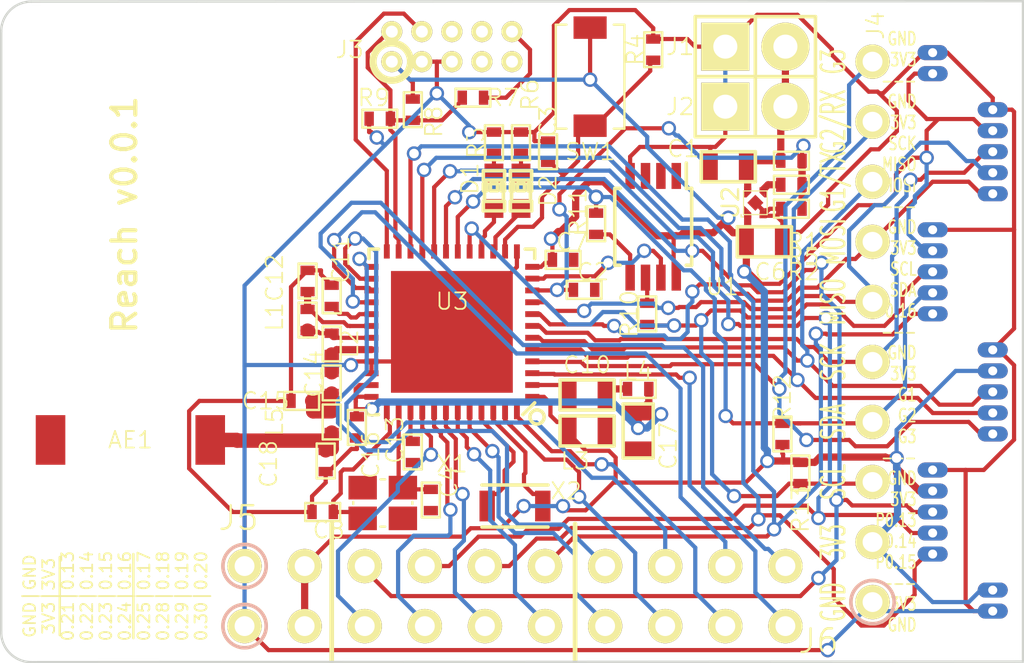
<source format=kicad_pcb>
(kicad_pcb (version 20171130) (host pcbnew "(5.1.12)-1")
  (title_block (title "Reach Target HW ") (company "Technical Machine, Inc.") (comment 1 "Copyright 2015"))
  (layers (0 F.Cu signal) (31 B.Cu signal) (34 B.Paste user hide) (35 F.Paste user hide) (36 B.SilkS user hide) (37 F.SilkS user hide) (38 B.Mask user hide) (39 F.Mask user hide) (44 Edge.Cuts user))
  (net 0 "")
  (net 1 GND)
  (net 2 /XC1)
  (net 3 /XC2)
  (net 4 +3V3)
  (net 5 /DEC1)
  (net 6 /AVDD_NRF)
  (net 7 /DEC2)
  (net 8 /XL2)
  (net 9 /XL1)
  (net 10 /VBATT)
  (net 11 /BATT_GAUGE)
  (net 12 /BUTTON)
  (net 13 /BLUE_LED)
  (net 14 /RED_LED)
  (net 15 /SWDCLK)
  (net 16 /KEY)
  (net 17 /~RST)
  (net 18 /SCL)
  (net 19 /SDA)
  (net 20 /SCK)
  (net 21 /MISO)
  (net 22 /MOSI)
  (net 23 /G1)
  (net 24 /G2)
  (net 25 /G3)
  (net 26 /DCC_L)
  (net 27 /DCC)
  (net 28 /VREG_EN)
  (net 29 /EEPROM_WP)
  (net 30 /EEEPROM_SDA)
  (net 31 /EEPROM_SCL)
  (net 32 "Net-(AE1-Pad2)")
  (net 33 "Net-(J3-Pad6)")
  (net 34 "Net-(J3-Pad8)")
  (net 35 "Net-(J3-Pad9)")
  (net 36 "Net-(U1-Pad1)")
  (net 37 "Net-(U1-Pad2)")
  (net 38 "Net-(U1-Pad3)")
  (net 39 /ANT)
  (net 40 /VDD_PA)
  (net 41 /ANT2)
  (net 42 /PI)
  (net 43 /BLED)
  (net 44 /RLED)
  (net 45 /ANT1)
  (net 46 /SWDIO-~RESET)
  (net 47 /P0.13)
  (net 48 /P0.14)
  (net 49 /P0.15)
  (net 50 /P0.16)
  (net 51 /P0.17)
  (net 52 /P0.18)
  (net 53 /P0.19)
  (net 54 /P0.20)
  (net 55 /P0.21)
  (net 56 /P0.22)
  (net 57 /P0.23)
  (net 58 /P0.24)
  (net 59 /P0.25)
  (net 60 /P0.28)
  (net 61 /P0.29)
  (net 62 /P0.30)
  (module !Parts:SMD-0402-C (layer F.Cu) (at 68.199 118.11 270)
    (fp_text reference C13 (at -0.508 0.762 270) (layer F.SilkS) (effects (font (size 0.7 0.7) (thickness 0.075))))
    (fp_text value "100nF 10% X7R" hide)
    (pad 2 smd rect (at 0.44958 0 270) (size 0.39878 0.59944) (layers F.Cu F.Paste F.Mask))
    (pad 1 smd rect (at -0.44958 0 270) (size 0.39878 0.59944) (layers F.Cu F.Paste F.Mask) (net 5 /DEC1))
  )
  (module !Parts:FC-135 (layer F.Cu) (at 72.517 120.396)
    (fp_text reference X2 (at 2.159 -0.635) (layer F.SilkS) (effects (font (size 0.7 0.7) (thickness 0.075))))
    (fp_text value SC32S-12.5PF20PPM hide)
    (pad 1 smd rect (at 1.175 0) (size 0.65 1.3) (layers F.Cu F.Paste F.Mask) (net 9 /XL1))
    (pad 2 smd rect (at -1.175 0) (size 0.65 1.3) (layers F.Cu F.Paste F.Mask) (net 8 /XL2))
  )
  (module !Parts:ANTENNA-SMT-2.45GHz (layer F.Cu) (at 56.261 117.602 180)
    (fp_text reference AE1 (at 0 0 180) (layer F.SilkS) (effects (font (size 0.7 0.7) (thickness 0.075))))
    (fp_text value ANTENNA hide)
    (pad 1 smd rect (at -3.375 0 180) (size 1.25 2.1) (layers F.Cu F.Paste F.Mask) (net 39 /ANT))
    (pad 2 smd rect (at 3.375 0 180) (size 1.25 2.1) (layers F.Cu F.Paste F.Mask) (net 32 "Net-(AE1-Pad2)"))
  )
  (module LEDs:LED-0603 (layer F.Cu) (at 71.628 107.061 90)
    (fp_text reference D1 (at 0.508 -1.016 90) (layer F.SilkS) (effects (font (size 0.7 0.7) (thickness 0.075))))
    (fp_text value BLUE hide)
    (pad 1 smd rect (at -0.7493 0 90) (size 0.79756 0.79756) (layers F.Cu F.Paste F.Mask) (net 13 /BLUE_LED))
    (pad 2 smd rect (at 0.7493 0 90) (size 0.79756 0.79756) (layers F.Cu F.Paste F.Mask) (net 43 /BLED))
  )
  (module LEDs:LED-0603 (layer F.Cu) (at 72.771 107.061 90)
    (fp_text reference D2 (at 0 1.143 90) (layer F.SilkS) (effects (font (size 0.7 0.7) (thickness 0.075))))
    (fp_text value RED hide)
    (pad 1 smd rect (at -0.7493 0 90) (size 0.79756 0.79756) (layers F.Cu F.Paste F.Mask) (net 14 /RED_LED))
    (pad 2 smd rect (at 0.7493 0 90) (size 0.79756 0.79756) (layers F.Cu F.Paste F.Mask) (net 44 /RLED))
  )
  (module Pin_Headers:Pin_Header_Straight_1x02 (layer F.Cu) (at 82.677 100.965)
    (fp_text reference J1 (at -3.175 0) (layer F.SilkS) (effects (font (size 0.7 0.7) (thickness 0.075))))
    (fp_text value CONN_01X02 hide)
    (pad 1 thru_hole rect (at -1.27 0) (size 2.032 2.032) (drill 1.016) (layers *.Cu *.Mask F.SilkS) (net 1 GND))
    (pad 2 thru_hole oval (at 1.27 0) (size 2.032 2.032) (drill 1.016) (layers *.Cu *.Mask F.SilkS) (net 10 /VBATT))
  )
  (module Pin_Headers:Pin_Header_Straight_1x02 (layer F.Cu) (at 82.677 103.505)
    (fp_text reference J2 (at -3.175 0) (layer F.SilkS) (effects (font (size 0.7 0.7) (thickness 0.075))))
    (fp_text value CONN_01X02 hide)
    (pad 1 thru_hole rect (at -1.27 0) (size 2.032 2.032) (drill 1.016) (layers *.Cu *.Mask F.SilkS) (net 1 GND))
    (pad 2 thru_hole oval (at 1.27 0) (size 2.032 2.032) (drill 1.016) (layers *.Cu *.Mask F.SilkS) (net 10 /VBATT))
  )
  (module !Parts:MODULE_HEADER_TESSEL (layer F.Cu) (at 87.63 113.03 90)
    (fp_text reference J4 (at 12.954 0.127 90) (layer F.SilkS) (effects (font (size 0.7 0.7) (thickness 0.075))))
    (fp_text value MODULE_HEADER hide)
    (fp_text user G3 (at 11.43 -1.651 90) (layer F.SilkS) (effects (font (size 1 0.55) (thickness 0.1))))
    (fp_text user G2/RX (at 8.89 -1.651 90) (layer F.SilkS) (effects (font (size 1 0.55) (thickness 0.1))))
    (fp_text user G1/TX (at 6.35 -1.651 90) (layer F.SilkS) (effects (font (size 1 0.55) (thickness 0.1))))
    (fp_text user MOSI (at 3.81 -1.651 90) (layer F.SilkS) (effects (font (size 1 0.55) (thickness 0.1))))
    (fp_text user MISO (at 1.27 -1.651 90) (layer F.SilkS) (effects (font (size 1 0.55) (thickness 0.1))))
    (fp_text user SCK (at -1.27 -1.651 90) (layer F.SilkS) (effects (font (size 1 0.55) (thickness 0.1))))
    (fp_text user SDA (at -3.81 -1.651 90) (layer F.SilkS) (effects (font (size 1 0.55) (thickness 0.1))))
    (fp_text user SCL (at -6.35 -1.651 90) (layer F.SilkS) (effects (font (size 1 0.55) (thickness 0.1))))
    (fp_text user 3V3 (at -8.89 -1.651 90) (layer F.SilkS) (effects (font (size 1 0.55) (thickness 0.1))))
    (fp_text user GND (at -11.43 -1.651 90) (layer F.SilkS) (effects (font (size 1 0.55) (thickness 0.1))))
    (pad 1 thru_hole circle (at -11.43 0 90) (size 1.45 1.45) (drill 0.838) (layers *.Cu *.Mask F.SilkS) (net 1 GND))
    (pad 2 thru_hole circle (at -8.89 0 90) (size 1.45 1.45) (drill 0.838) (layers *.Cu *.Mask F.SilkS) (net 4 +3V3))
    (pad 3 thru_hole circle (at -6.35 0 90) (size 1.45 1.45) (drill 0.838) (layers *.Cu *.Mask F.SilkS) (net 18 /SCL))
    (pad 4 thru_hole circle (at -3.81 0 90) (size 1.45 1.45) (drill 0.838) (layers *.Cu *.Mask F.SilkS) (net 19 /SDA))
    (pad 5 thru_hole circle (at -1.27 0 90) (size 1.45 1.45) (drill 0.838) (layers *.Cu *.Mask F.SilkS) (net 20 /SCK))
    (pad 6 thru_hole circle (at 1.27 0 90) (size 1.45 1.45) (drill 0.838) (layers *.Cu *.Mask F.SilkS) (net 21 /MISO))
    (pad 7 thru_hole circle (at 3.81 0 90) (size 1.45 1.45) (drill 0.838) (layers *.Cu *.Mask F.SilkS) (net 22 /MOSI))
    (pad 8 thru_hole circle (at 6.35 0 90) (size 1.45 1.45) (drill 0.838) (layers *.Cu *.Mask F.SilkS) (net 23 /G1))
    (pad 9 thru_hole circle (at 8.89 0 90) (size 1.45 1.45) (drill 0.838) (layers *.Cu *.Mask F.SilkS) (net 24 /G2))
    (pad 10 thru_hole circle (at 11.43 0 90) (size 1.45 1.45) (drill 0.838) (layers *.Cu *.Mask F.SilkS) (net 25 /G3))
  )
  (module Housings_SSOP:TSSOP-8_3x3mm_Pitch0.65mm (layer F.Cu) (at 78.359 108.585 270)
    (fp_text reference U1 (at 2.54 -2.921) (layer F.SilkS) (effects (font (size 0.7 0.7) (thickness 0.075))))
    (fp_text value CAT24C02YI-GT3A hide)
    (pad 1 smd rect (at -2.15 -0.975 270) (size 1.1 0.4) (layers F.Cu F.Paste F.Mask) (net 36 "Net-(U1-Pad1)"))
    (pad 2 smd rect (at -2.15 -0.325 270) (size 1.1 0.4) (layers F.Cu F.Paste F.Mask) (net 37 "Net-(U1-Pad2)"))
    (pad 3 smd rect (at -2.15 0.325 270) (size 1.1 0.4) (layers F.Cu F.Paste F.Mask) (net 38 "Net-(U1-Pad3)"))
    (pad 4 smd rect (at -2.15 0.975 270) (size 1.1 0.4) (layers F.Cu F.Paste F.Mask) (net 1 GND))
    (pad 5 smd rect (at 2.15 0.975 270) (size 1.1 0.4) (layers F.Cu F.Paste F.Mask) (net 30 /EEEPROM_SDA))
    (pad 6 smd rect (at 2.15 0.325 270) (size 1.1 0.4) (layers F.Cu F.Paste F.Mask) (net 31 /EEPROM_SCL))
    (pad 7 smd rect (at 2.15 -0.325 270) (size 1.1 0.4) (layers F.Cu F.Paste F.Mask) (net 29 /EEPROM_WP))
    (pad 8 smd rect (at 2.15 -0.975 270) (size 1.1 0.4) (layers F.Cu F.Paste F.Mask) (net 4 +3V3))
  )
  (module tm-kicad-lib:QFN-48-1EP (layer F.Cu) (at 69.85 113.03 180)
    (fp_text reference U3 (at -0.01016 1.29032 180) (layer F.SilkS) (effects (font (size 0.7 0.7) (thickness 0.075))))
    (fp_text value nRF51822-QF hide)
    (pad 1 smd rect (at -3.39852 -2.74828 180) (size 0.59944 0.24892) (layers F.Cu F.Paste F.Mask) (net 4 +3V3))
    (pad 2 smd rect (at -3.39852 -2.2479 180) (size 0.59944 0.24892) (layers F.Cu F.Paste F.Mask) (net 27 /DCC))
    (pad 3 smd rect (at -3.39852 -1.74752 180) (size 0.59944 0.24892) (layers F.Cu F.Paste F.Mask) (net 62 /P0.30))
    (pad 4 smd rect (at -3.39852 -1.24714 180) (size 0.59944 0.24892) (layers F.Cu F.Paste F.Mask) (net 25 /G3))
    (pad 5 smd rect (at -3.39852 -0.7493 180) (size 0.59944 0.24892) (layers F.Cu F.Paste F.Mask) (net 24 /G2))
    (pad 6 smd rect (at -3.39852 -0.24892 180) (size 0.59944 0.24892) (layers F.Cu F.Paste F.Mask) (net 23 /G1))
    (pad 7 smd rect (at -3.39852 0.25146 180) (size 0.59944 0.24892) (layers F.Cu F.Paste F.Mask) (net 20 /SCK))
    (pad 8 smd rect (at -3.39852 0.75184 180) (size 0.59944 0.24892) (layers F.Cu F.Paste F.Mask) (net 22 /MOSI))
    (pad 9 smd rect (at -3.39852 1.25222 180) (size 0.59944 0.24892) (layers F.Cu F.Paste F.Mask) (net 21 /MISO))
    (pad 10 smd rect (at -3.39852 1.7526 180) (size 0.59944 0.24892) (layers F.Cu F.Paste F.Mask) (net 11 /BATT_GAUGE))
    (pad 11 smd rect (at -3.39852 2.25298 180) (size 0.59944 0.24892) (layers F.Cu F.Paste F.Mask) (net 29 /EEPROM_WP))
    (pad 12 smd rect (at -3.39852 2.75082 180) (size 0.59944 0.24892) (layers F.Cu F.Paste F.Mask) (net 4 +3V3))
    (pad 33 smd rect (at 3.39852 -1.25222 180) (size 0.59944 0.24892) (layers F.Cu F.Paste F.Mask) (net 1 GND))
    (pad 34 smd rect (at 3.39852 -1.75006 180) (size 0.59944 0.24892) (layers F.Cu F.Paste F.Mask) (net 1 GND))
    (pad 35 smd rect (at 3.39852 -2.25044 180) (size 0.59944 0.24892) (layers F.Cu F.Paste F.Mask) (net 6 /AVDD_NRF))
    (pad 36 smd rect (at 3.39852 -2.75082 180) (size 0.59944 0.24892) (layers F.Cu F.Paste F.Mask) (net 6 /AVDD_NRF))
    (pad 17 smd rect (at -0.7493 3.40106 180) (size 0.24892 0.59944) (layers F.Cu F.Paste F.Mask) (net 18 /SCL))
    (pad 18 smd rect (at -0.25 3.4 180) (size 0.24892 0.59944) (layers F.Cu F.Paste F.Mask) (net 19 /SDA))
    (pad 19 smd rect (at 0.24892 3.40106 180) (size 0.24892 0.59944) (layers F.Cu F.Paste F.Mask) (net 47 /P0.13))
    (pad 20 smd rect (at 0.7493 3.40106 180) (size 0.24892 0.59944) (layers F.Cu F.Paste F.Mask) (net 48 /P0.14))
    (pad 21 smd rect (at 1.24968 3.40106 180) (size 0.24892 0.59944) (layers F.Cu F.Paste F.Mask) (net 49 /P0.15))
    (pad 22 smd rect (at 1.75006 3.40106 180) (size 0.24892 0.59944) (layers F.Cu F.Paste F.Mask) (net 50 /P0.16))
    (pad 23 smd rect (at 2.25044 3.40106 180) (size 0.24892 0.59944) (layers F.Cu F.Paste F.Mask) (net 46 /SWDIO-~RESET))
    (pad 24 smd rect (at 2.75082 3.40106 180) (size 0.24892 0.59944) (layers F.Cu F.Paste F.Mask) (net 15 /SWDCLK))
    (pad 13 smd rect (at -2.74828 3.40106 180) (size 0.24892 0.59944) (layers F.Cu F.Paste F.Mask) (net 1 GND))
    (pad 14 smd rect (at -2.2479 3.40106 180) (size 0.24892 0.59944) (layers F.Cu F.Paste F.Mask) (net 12 /BUTTON))
    (pad 15 smd rect (at -1.74752 3.40106 180) (size 0.24892 0.59944) (layers F.Cu F.Paste F.Mask) (net 14 /RED_LED))
    (pad 16 smd rect (at -1.24968 3.40106 180) (size 0.24892 0.59944) (layers F.Cu F.Paste F.Mask) (net 13 /BLUE_LED))
    (pad 25 smd rect (at 3.39852 2.74828 180) (size 0.59944 0.24892) (layers F.Cu F.Paste F.Mask) (net 51 /P0.17))
    (pad 26 smd rect (at 3.40106 2.2479 180) (size 0.59944 0.24892) (layers F.Cu F.Paste F.Mask) (net 52 /P0.18))
    (pad 27 smd rect (at 3.40106 1.75006 180) (size 0.59944 0.24892) (layers F.Cu F.Paste F.Mask) (net 53 /P0.19))
    (pad 28 smd rect (at 3.40106 1.24968 180) (size 0.59944 0.24892) (layers F.Cu F.Paste F.Mask) (net 54 /P0.20))
    (pad 29 smd rect (at 3.40106 0.7493 180) (size 0.59944 0.24892) (layers F.Cu F.Paste F.Mask) (net 7 /DEC2))
    (pad 30 smd rect (at 3.40106 0.24892 180) (size 0.59944 0.24892) (layers F.Cu F.Paste F.Mask) (net 40 /VDD_PA))
    (pad 31 smd rect (at 3.40106 -0.25146 180) (size 0.59944 0.24892) (layers F.Cu F.Paste F.Mask) (net 45 /ANT1))
    (pad 32 smd rect (at 3.40106 -0.75184 180) (size 0.59944 0.24892) (layers F.Cu F.Paste F.Mask) (net 41 /ANT2))
    (pad 37 smd rect (at 2.75082 -3.39852 180) (size 0.24892 0.59944) (layers F.Cu F.Paste F.Mask) (net 2 /XC1))
    (pad 38 smd rect (at 2.25044 -3.39852 180) (size 0.24892 0.59944) (layers F.Cu F.Paste F.Mask) (net 3 /XC2))
    (pad 39 smd rect (at 1.75006 -3.39852 180) (size 0.24892 0.59944) (layers F.Cu F.Paste F.Mask) (net 5 /DEC1))
    (pad 40 smd rect (at 1.25222 -3.39852 180) (size 0.24892 0.59944) (layers F.Cu F.Paste F.Mask) (net 55 /P0.21))
    (pad 41 smd rect (at 0.75184 -3.39852 180) (size 0.24892 0.59944) (layers F.Cu F.Paste F.Mask) (net 56 /P0.22))
    (pad 42 smd rect (at 0.25146 -3.39852 180) (size 0.24892 0.59944) (layers F.Cu F.Paste F.Mask) (net 57 /P0.23))
    (pad 43 smd rect (at -0.24892 -3.39852 180) (size 0.24892 0.59944) (layers F.Cu F.Paste F.Mask) (net 58 /P0.24))
    (pad 44 smd rect (at -0.7493 -3.39852 180) (size 0.24892 0.59944) (layers F.Cu F.Paste F.Mask) (net 59 /P0.25))
    (pad 45 smd rect (at -1.24968 -3.39852 180) (size 0.24892 0.59944) (layers F.Cu F.Paste F.Mask) (net 8 /XL2))
    (pad 46 smd rect (at -1.75006 -3.39852 180) (size 0.24892 0.59944) (layers F.Cu F.Paste F.Mask) (net 9 /XL1))
    (pad 47 smd rect (at -2.2479 -3.39852 180) (size 0.24892 0.59944) (layers F.Cu F.Paste F.Mask) (net 60 /P0.28))
    (pad 48 smd rect (at -2.74828 -3.39852 180) (size 0.24892 0.59944) (layers F.Cu F.Paste F.Mask) (net 61 /P0.29))
    (pad 49 smd rect (at 0 0 90) (size 5.15 5.15) (layers F.Cu F.Paste F.Mask) (net 1 GND))
  )
  (module !Parts:SMD-0603-C (layer F.Cu) (at 81.534 106.045 180)
    (fp_text reference C1 (at 1.905 0.762 180) (layer F.SilkS) (effects (font (size 0.7 0.7) (thickness 0.075))))
    (fp_text value 4.7uF hide)
    (pad 1 smd rect (at -0.762 0 180) (size 0.635 1.143) (layers F.Cu F.Paste F.Mask) (net 10 /VBATT))
    (pad 2 smd rect (at 0.762 0 180) (size 0.635 1.143) (layers F.Cu F.Paste F.Mask) (net 1 GND))
  )
  (module !Parts:SMD-0402-C (layer F.Cu) (at 75.438 111.252)
    (fp_text reference C2 (at 0.381 -0.762) (layer F.SilkS) (effects (font (size 0.7 0.7) (thickness 0.075))))
    (fp_text value 100nF hide)
    (pad 2 smd rect (at 0.44958 0) (size 0.39878 0.59944) (layers F.Cu F.Paste F.Mask))
    (pad 1 smd rect (at -0.44958 0) (size 0.39878 0.59944) (layers F.Cu F.Paste F.Mask) (net 11 /BATT_GAUGE))
  )
  (module !Parts:SMD-0402-C (layer F.Cu) (at 73.914 105.41 90)
    (fp_text reference C3 (at 1.27 0 90) (layer F.SilkS) (effects (font (size 0.7 0.7) (thickness 0.075))))
    (fp_text value 1nF hide)
    (pad 2 smd rect (at 0.44958 0 90) (size 0.39878 0.59944) (layers F.Cu F.Paste F.Mask) (net 1 GND))
    (pad 1 smd rect (at -0.44958 0 90) (size 0.39878 0.59944) (layers F.Cu F.Paste F.Mask) (net 12 /BUTTON))
  )
  (module !Parts:SMD-0402-C (layer F.Cu) (at 68.961 120.142 270)
    (fp_text reference C4 (at -0.762 -0.762 270) (layer F.SilkS) (effects (font (size 0.7 0.7) (thickness 0.075))))
    (fp_text value 8pF hide)
    (pad 2 smd rect (at 0.44958 0 270) (size 0.39878 0.59944) (layers F.Cu F.Paste F.Mask))
    (pad 1 smd rect (at -0.44958 0 270) (size 0.39878 0.59944) (layers F.Cu F.Paste F.Mask) (net 3 /XC2))
  )
  (module !Parts:SMD-0603-C (layer F.Cu) (at 83.058 109.22)
    (fp_text reference C6 (at 0.254 1.27) (layer F.SilkS) (effects (font (size 0.7 0.7) (thickness 0.075))))
    (fp_text value 4.7uF hide)
    (pad 1 smd rect (at -0.762 0) (size 0.635 1.143) (layers F.Cu F.Paste F.Mask) (net 4 +3V3))
    (pad 2 smd rect (at 0.762 0) (size 0.635 1.143) (layers F.Cu F.Paste F.Mask) (net 1 GND))
  )
  (module !Parts:SMD-0402-C (layer F.Cu) (at 74.549 109.982)
    (fp_text reference C7 (at 0.381 -0.762) (layer F.SilkS) (effects (font (size 0.7 0.7) (thickness 0.075))))
    (fp_text value "100nF 10% X7R" hide)
    (pad 2 smd rect (at 0.44958 0) (size 0.39878 0.59944) (layers F.Cu F.Paste F.Mask))
    (pad 1 smd rect (at -0.44958 0) (size 0.39878 0.59944) (layers F.Cu F.Paste F.Mask) (net 4 +3V3))
  )
  (module !Parts:SMD-0402-C (layer F.Cu) (at 64.389 120.65 180)
    (fp_text reference C8 (at -0.254 -0.762 180) (layer F.SilkS) (effects (font (size 0.7 0.7) (thickness 0.075))))
    (fp_text value 8pF hide)
    (pad 2 smd rect (at 0.44958 0 180) (size 0.39878 0.59944) (layers F.Cu F.Paste F.Mask) (net 1 GND))
    (pad 1 smd rect (at -0.44958 0 180) (size 0.39878 0.59944) (layers F.Cu F.Paste F.Mask) (net 2 /XC1))
  )
  (module !Parts:SMD-0603-C (layer F.Cu) (at 75.565 117.221)
    (fp_text reference C10 (at 0 -2.794) (layer F.SilkS) (effects (font (size 0.7 0.7) (thickness 0.075))))
    (fp_text value "4.7uF 10% X5R" hide)
    (pad 1 smd rect (at -0.762 0) (size 0.635 1.143) (layers F.Cu F.Paste F.Mask) (net 4 +3V3))
    (pad 2 smd rect (at 0.762 0) (size 0.635 1.143) (layers F.Cu F.Paste F.Mask))
  )
  (module !Parts:SMD-0402-C (layer F.Cu) (at 63.7501 110.878 90)
    (fp_text reference C12 (at 0.133632 -1.393142 90) (layer F.SilkS) (effects (font (size 0.7 0.7) (thickness 0.075))))
    (fp_text value 2.2nF hide)
    (pad 2 smd rect (at 0.44958 0 90) (size 0.39878 0.59944) (layers F.Cu F.Paste F.Mask) (net 1 GND))
    (pad 1 smd rect (at -0.44958 0 90) (size 0.39878 0.59944) (layers F.Cu F.Paste F.Mask) (net 40 /VDD_PA))
  )
  (module !Parts:SMD-0402-C (layer F.Cu) (at 64.77 115.189 90)
    (fp_text reference C14 (at 0.381 -0.762 90) (layer F.SilkS) (effects (font (size 0.7 0.7) (thickness 0.075))))
    (fp_text value "2.2pF +/-0.1pF NPO" hide)
    (pad 2 smd rect (at 0.44958 0 90) (size 0.39878 0.59944) (layers F.Cu F.Paste F.Mask) (net 41 /ANT2))
    (pad 1 smd rect (at -0.44958 0 90) (size 0.39878 0.59944) (layers F.Cu F.Paste F.Mask) (net 42 /PI))
  )
  (module !Parts:SMD-0402-C (layer F.Cu) (at 63.5 115.951 180)
    (fp_text reference C15 (at 1.524 0 180) (layer F.SilkS) (effects (font (size 0.7 0.7) (thickness 0.075))))
    (fp_text value "1pF +/-0.1pF NPO" hide)
    (pad 2 smd rect (at 0.44958 0 180) (size 0.39878 0.59944) (layers F.Cu F.Paste F.Mask) (net 1 GND))
    (pad 1 smd rect (at -0.44958 0 180) (size 0.39878 0.59944) (layers F.Cu F.Paste F.Mask) (net 42 /PI))
  )
  (module !Parts:SMD-0402-C (layer F.Cu) (at 65.8368 117.069 270)
    (fp_text reference C16 (at 1.1684 -0.5842 270) (layer F.SilkS) (effects (font (size 0.7 0.7) (thickness 0.075))))
    (fp_text value "1nF 10% X7R" hide)
    (pad 2 smd rect (at 0.44958 0 270) (size 0.39878 0.59944) (layers F.Cu F.Paste F.Mask) (net 1 GND))
    (pad 1 smd rect (at -0.44958 0 270) (size 0.39878 0.59944) (layers F.Cu F.Paste F.Mask) (net 6 /AVDD_NRF))
  )
  (module !Parts:SMD-0603-C (layer F.Cu) (at 77.724 117.221 270)
    (fp_text reference C17 (at 0.635 -1.27 270) (layer F.SilkS) (effects (font (size 0.7 0.7) (thickness 0.075))))
    (fp_text value "1.0uF 10% X7R" hide)
    (pad 1 smd rect (at -0.762 0 270) (size 0.635 1.143) (layers F.Cu F.Paste F.Mask) (net 6 /AVDD_NRF))
    (pad 2 smd rect (at 0.762 0 270) (size 0.635 1.143) (layers F.Cu F.Paste F.Mask))
  )
  (module !Parts:SMD-0402-C (layer F.Cu) (at 64.516 118.491 270)
    (fp_text reference C18 (at 0.126999 2.413 270) (layer F.SilkS) (effects (font (size 0.7 0.7) (thickness 0.075))))
    (fp_text value "1.5pF +/-0.1pF NPO" hide)
    (pad 2 smd rect (at 0.44958 0 270) (size 0.39878 0.59944) (layers F.Cu F.Paste F.Mask) (net 1 GND))
    (pad 1 smd rect (at -0.44958 0 270) (size 0.39878 0.59944) (layers F.Cu F.Paste F.Mask) (net 39 /ANT))
  )
  (module !Parts:SMD-0402-R (layer F.Cu) (at 63.7501 112.529 270)
    (fp_text reference L1 (at -0.133632 1.393142 270) (layer F.SilkS) (effects (font (size 0.7 0.7) (thickness 0.075))))
    (fp_text value "10nH 5% HF" hide)
    (pad 2 smd rect (at 0.44958 0 270) (size 0.39878 0.59944) (layers F.Cu F.Paste F.Mask) (net 45 /ANT1))
    (pad 1 smd rect (at -0.44958 0 270) (size 0.39878 0.59944) (layers F.Cu F.Paste F.Mask) (net 40 /VDD_PA))
  )
  (module !Parts:SMD-0402-R (layer F.Cu) (at 64.77 113.538 270)
    (fp_text reference L2 (at 0 -0.762 270) (layer F.SilkS) (effects (font (size 0.7 0.7) (thickness 0.075))))
    (fp_text value "4.7nH 5% HF" hide)
    (pad 2 smd rect (at 0.44958 0 270) (size 0.39878 0.59944) (layers F.Cu F.Paste F.Mask) (net 41 /ANT2))
    (pad 1 smd rect (at -0.44958 0 270) (size 0.39878 0.59944) (layers F.Cu F.Paste F.Mask) (net 45 /ANT1))
  )
  (module !Parts:SMD-0603-R (layer F.Cu) (at 75.565 115.697 180)
    (fp_text reference L3 (at 0.508 -2.794 180) (layer F.SilkS) (effects (font (size 0.7 0.7) (thickness 0.075))))
    (fp_text value LBMF1608T100K hide)
    (pad 1 smd rect (at -0.762 0 180) (size 0.635 1.143) (layers F.Cu F.Paste F.Mask) (net 26 /DCC_L))
    (pad 2 smd rect (at 0.762 0 180) (size 0.635 1.143) (layers F.Cu F.Paste F.Mask) (net 27 /DCC))
  )
  (module !Parts:SMD-0402-R (layer F.Cu) (at 77.724 115.443 180)
    (fp_text reference L4 (at 0 0.762 180) (layer F.SilkS) (effects (font (size 0.7 0.7) (thickness 0.075))))
    (fp_text value CW100505-15NJ hide)
    (pad 2 smd rect (at 0.44958 0 180) (size 0.39878 0.59944) (layers F.Cu F.Paste F.Mask) (net 26 /DCC_L))
    (pad 1 smd rect (at -0.44958 0 180) (size 0.39878 0.59944) (layers F.Cu F.Paste F.Mask) (net 6 /AVDD_NRF))
  )
  (module !Parts:SMD-0402-R (layer F.Cu) (at 64.77 116.84 90)
    (fp_text reference L5 (at 0 -2.413 90) (layer F.SilkS) (effects (font (size 0.7 0.7) (thickness 0.075))))
    (fp_text value "3.3nH 5% HF" hide)
    (pad 2 smd rect (at 0.44958 0 90) (size 0.39878 0.59944) (layers F.Cu F.Paste F.Mask) (net 42 /PI))
    (pad 1 smd rect (at -0.44958 0 90) (size 0.39878 0.59944) (layers F.Cu F.Paste F.Mask) (net 39 /ANT))
  )
  (module !Parts:SMD-0402-R (layer F.Cu) (at 84.201 105.791)
    (fp_text reference R1 (at 0.508 3.429) (layer F.SilkS) (effects (font (size 0.7 0.7) (thickness 0.075))))
    (fp_text value "619kR 1%" hide)
    (pad 2 smd rect (at 0.44958 0) (size 0.39878 0.59944) (layers F.Cu F.Paste F.Mask) (net 11 /BATT_GAUGE))
    (pad 1 smd rect (at -0.44958 0) (size 0.39878 0.59944) (layers F.Cu F.Paste F.Mask) (net 10 /VBATT))
  )
  (module !Parts:SMD-0402-R (layer F.Cu) (at 84.201 107.823 180)
    (fp_text reference R2 (at -0.508 -2.667 180) (layer F.SilkS) (effects (font (size 0.7 0.7) (thickness 0.075))))
    (fp_text value "100kR 1%" hide)
    (pad 2 smd rect (at 0.44958 0 180) (size 0.39878 0.59944) (layers F.Cu F.Paste F.Mask) (net 1 GND))
    (pad 1 smd rect (at -0.44958 0 180) (size 0.39878 0.59944) (layers F.Cu F.Paste F.Mask) (net 11 /BATT_GAUGE))
  )
  (module !Parts:SMD-0402-R (layer F.Cu) (at 71.628 105.029 90)
    (fp_text reference R3 (at 0 -0.762 90) (layer F.SilkS) (effects (font (size 0.7 0.7) (thickness 0.075))))
    (fp_text value 1kR hide)
    (pad 2 smd rect (at 0.44958 0 90) (size 0.39878 0.59944) (layers F.Cu F.Paste F.Mask) (net 1 GND))
    (pad 1 smd rect (at -0.44958 0 90) (size 0.39878 0.59944) (layers F.Cu F.Paste F.Mask) (net 43 /BLED))
  )
  (module !Parts:SMD-0402-R (layer F.Cu) (at 78.359 101.092 90)
    (fp_text reference R4 (at 0 -0.762 90) (layer F.SilkS) (effects (font (size 0.7 0.7) (thickness 0.075))))
    (fp_text value 100kR hide)
    (pad 2 smd rect (at 0.44958 0 90) (size 0.39878 0.59944) (layers F.Cu F.Paste F.Mask) (net 1 GND))
    (pad 1 smd rect (at -0.44958 0 90) (size 0.39878 0.59944) (layers F.Cu F.Paste F.Mask) (net 12 /BUTTON))
  )
  (module !Parts:SMD-0402-R (layer F.Cu) (at 84.201 106.807)
    (fp_text reference R5 (at 0.508 3.048) (layer F.SilkS) (effects (font (size 0.7 0.7) (thickness 0.075))))
    (fp_text value 1kR hide)
    (pad 2 smd rect (at 0.44958 0) (size 0.39878 0.59944) (layers F.Cu F.Paste F.Mask) (net 11 /BATT_GAUGE))
    (pad 1 smd rect (at -0.44958 0) (size 0.39878 0.59944) (layers F.Cu F.Paste F.Mask) (net 28 /VREG_EN))
  )
  (module !Parts:SMD-0402-R (layer F.Cu) (at 72.771 105.029 90)
    (fp_text reference R6 (at 2.032 0.381 90) (layer F.SilkS) (effects (font (size 0.7 0.7) (thickness 0.075))))
    (fp_text value 1kR hide)
    (pad 2 smd rect (at 0.44958 0 90) (size 0.39878 0.59944) (layers F.Cu F.Paste F.Mask) (net 1 GND))
    (pad 1 smd rect (at -0.44958 0 90) (size 0.39878 0.59944) (layers F.Cu F.Paste F.Mask) (net 44 /RLED))
  )
  (module !Parts:SMD-0402-R (layer F.Cu) (at 70.739 103.124)
    (fp_text reference R7 (at 1.27 0) (layer F.SilkS) (effects (font (size 0.7 0.7) (thickness 0.075))))
    (fp_text value "0R DNP" hide)
    (pad 2 smd rect (at 0.44958 0) (size 0.39878 0.59944) (layers F.Cu F.Paste F.Mask) (net 17 /~RST))
    (pad 1 smd rect (at -0.44958 0) (size 0.39878 0.59944) (layers F.Cu F.Paste F.Mask) (net 46 /SWDIO-~RESET))
  )
  (module !Parts:SMD-0402-R (layer F.Cu) (at 68.199 103.632 270)
    (fp_text reference R8 (at 0.508 -0.889 270) (layer F.SilkS) (effects (font (size 0.7 0.7) (thickness 0.075))))
    (fp_text value "10kR DNP" hide)
    (pad 2 smd rect (at 0.44958 0 270) (size 0.39878 0.59944) (layers F.Cu F.Paste F.Mask) (net 46 /SWDIO-~RESET))
    (pad 1 smd rect (at -0.44958 0 270) (size 0.39878 0.59944) (layers F.Cu F.Paste F.Mask) (net 4 +3V3))
  )
  (module !Parts:SMD-0402-R (layer F.Cu) (at 66.802 104.013 180)
    (fp_text reference R9 (at 0.254 0.889 180) (layer F.SilkS) (effects (font (size 0.7 0.7) (thickness 0.075))))
    (fp_text value "10kR DNP" hide)
    (pad 2 smd rect (at 0.44958 0 180) (size 0.39878 0.59944) (layers F.Cu F.Paste F.Mask) (net 1 GND))
    (pad 1 smd rect (at -0.44958 0 180) (size 0.39878 0.59944) (layers F.Cu F.Paste F.Mask) (net 46 /SWDIO-~RESET))
  )
  (module !Parts:SMD-0402-R (layer F.Cu) (at 78.105 112.268 90)
    (fp_text reference R10 (at 0 -0.762 90) (layer F.SilkS) (effects (font (size 0.7 0.7) (thickness 0.075))))
    (fp_text value "0R DNP" hide)
    (pad 2 smd rect (at 0.44958 0 90) (size 0.39878 0.59944) (layers F.Cu F.Paste F.Mask) (net 31 /EEPROM_SCL))
    (pad 1 smd rect (at -0.44958 0 90) (size 0.39878 0.59944) (layers F.Cu F.Paste F.Mask) (net 18 /SCL))
  )
  (module !Parts:SMD-0402-R (layer F.Cu) (at 75.946 108.458 270)
    (fp_text reference R11 (at -0.508 0.762 270) (layer F.SilkS) (effects (font (size 0.7 0.7) (thickness 0.075))))
    (fp_text value "0R DNP" hide)
    (pad 2 smd rect (at 0.44958 0 270) (size 0.39878 0.59944) (layers F.Cu F.Paste F.Mask) (net 30 /EEEPROM_SDA))
    (pad 1 smd rect (at -0.44958 0 270) (size 0.39878 0.59944) (layers F.Cu F.Paste F.Mask) (net 19 /SDA))
  )
  (module !Parts:SMD-0402-R (layer F.Cu) (at 83.82 117.348 90)
    (fp_text reference R12 (at 1.524 0 90) (layer F.SilkS) (effects (font (size 0.7 0.7) (thickness 0.075))))
    (fp_text value "10kR DNP" hide)
    (pad 2 smd rect (at 0.44958 0 90) (size 0.39878 0.59944) (layers F.Cu F.Paste F.Mask) (net 19 /SDA))
    (pad 1 smd rect (at -0.44958 0 90) (size 0.39878 0.59944) (layers F.Cu F.Paste F.Mask) (net 4 +3V3))
  )
  (module !Parts:SMD-0402-R (layer F.Cu) (at 84.582 118.999 270)
    (fp_text reference R13 (at 1.524 0 270) (layer F.SilkS) (effects (font (size 0.7 0.7) (thickness 0.075))))
    (fp_text value "10kR DNP" hide)
    (pad 2 smd rect (at 0.44958 0 270) (size 0.39878 0.59944) (layers F.Cu F.Paste F.Mask) (net 18 /SCL))
    (pad 1 smd rect (at -0.44958 0 270) (size 0.39878 0.59944) (layers F.Cu F.Paste F.Mask) (net 4 +3V3))
  )
  (module !Parts:SMD-0402-C (layer F.Cu) (at 64.77 111.506 90)
    (fp_text reference C11 (at 1.524 0.381 90) (layer F.SilkS) (effects (font (size 0.7 0.7) (thickness 0.075))))
    (fp_text value "47nF 10% X7R" hide)
    (pad 2 smd rect (at 0.44958 0 90) (size 0.39878 0.59944) (layers F.Cu F.Paste F.Mask) (net 1 GND))
    (pad 1 smd rect (at -0.44958 0 90) (size 0.39878 0.59944) (layers F.Cu F.Paste F.Mask) (net 7 /DEC2))
  )
  (module !Parts:CONN_02x05_0.05in (layer F.Cu) (at 69.85 100.965)
    (fp_text reference J3 (at -4.318 0.127) (layer F.SilkS) (effects (font (size 0.7 0.7) (thickness 0.075))))
    (fp_text value CONN_02X05 hide)
    (pad 1 thru_hole circle (at -2.54 0.635 90) (size 0.889 0.889) (drill 0.508) (layers *.Cu *.Mask F.SilkS) (net 4 +3V3))
    (pad 2 thru_hole circle (at -2.54 -0.635 90) (size 0.889 0.889) (drill 0.508) (layers *.Cu *.Mask F.SilkS) (net 46 /SWDIO-~RESET))
    (pad 3 thru_hole circle (at -1.27 0.635 90) (size 0.889 0.889) (drill 0.508) (layers *.Cu *.Mask F.SilkS) (net 1 GND))
    (pad 4 thru_hole circle (at -1.27 -0.635 90) (size 0.889 0.889) (drill 0.508) (layers *.Cu *.Mask F.SilkS) (net 15 /SWDCLK))
    (pad 5 thru_hole circle (at 0 0.635 90) (size 0.889 0.889) (drill 0.508) (layers *.Cu *.Mask F.SilkS) (net 1 GND))
    (pad 6 thru_hole circle (at 0 -0.635 90) (size 0.889 0.889) (drill 0.508) (layers *.Cu *.Mask F.SilkS) (net 33 "Net-(J3-Pad6)"))
    (pad 7 thru_hole circle (at 1.27 0.635 90) (size 0.889 0.889) (drill 0.508) (layers *.Cu *.Mask F.SilkS) (net 16 /KEY))
    (pad 8 thru_hole circle (at 1.27 -0.635 90) (size 0.889 0.889) (drill 0.508) (layers *.Cu *.Mask F.SilkS) (net 34 "Net-(J3-Pad8)"))
    (pad 9 thru_hole circle (at 2.54 0.635 90) (size 0.889 0.889) (drill 0.508) (layers *.Cu *.Mask F.SilkS) (net 35 "Net-(J3-Pad9)"))
    (pad 10 thru_hole circle (at 2.54 -0.635 90) (size 0.889 0.889) (drill 0.508) (layers *.Cu *.Mask F.SilkS) (net 17 /~RST))
  )
  (module !Parts:TL1015AF160QG (layer F.Cu) (at 75.692 102.235 270)
    (fp_text reference SW1 (at 3.175 0 180) (layer F.SilkS) (effects (font (size 0.7 0.7) (thickness 0.075))))
    (fp_text value TL1015AF160QG hide)
    (pad 1 smd rect (at -2.075 0 270) (size 0.95 1.4) (layers F.Cu F.Paste F.Mask) (net 4 +3V3))
    (pad 2 smd rect (at 2.075 0 270) (size 0.95 1.4) (layers F.Cu F.Paste F.Mask) (net 12 /BUTTON))
  )
  (module !Parts:CX2520DB (layer F.Cu) (at 66.929 120.269 180)
    (fp_text reference X1 (at -2.921 1.651 180) (layer F.SilkS) (effects (font (size 0.7 0.7) (thickness 0.075))))
    (fp_text value CX2520DB16000D0GEJCC hide)
    (pad 4 smd rect (at -0.85 -0.65 180) (size 1.2 1) (layers F.Cu F.Paste F.Mask))
    (pad 3 smd rect (at 0.85 -0.65 180) (size 1.2 1) (layers F.Cu F.Paste F.Mask) (net 2 /XC1))
    (pad 2 smd rect (at 0.85 0.65 180) (size 1.2 1) (layers F.Cu F.Paste F.Mask))
    (pad 1 smd rect (at -0.85 0.65 180) (size 1.2 1) (layers F.Cu F.Paste F.Mask) (net 3 /XC2))
  )
  (module !Parts:MODULE_HEADER_TESSEL (layer F.Cu) (at 72.517 122.936)
    (fp_text reference J5 (at -11.684 -2.032) (layer F.SilkS) (effects (font (thickness 0.1))))
    (fp_text value MODULE_HEADER hide)
    (pad 1 thru_hole circle (at -11.43 0) (size 1.45 1.45) (drill 0.838) (layers *.Cu *.Mask F.SilkS) (net 1 GND))
    (pad 2 thru_hole circle (at -8.89 0) (size 1.45 1.45) (drill 0.838) (layers *.Cu *.Mask F.SilkS) (net 4 +3V3))
    (pad 3 thru_hole circle (at -6.35 0) (size 1.45 1.45) (drill 0.838) (layers *.Cu *.Mask F.SilkS) (net 47 /P0.13))
    (pad 4 thru_hole circle (at -3.81 0) (size 1.45 1.45) (drill 0.838) (layers *.Cu *.Mask F.SilkS) (net 48 /P0.14))
    (pad 5 thru_hole circle (at -1.27 0) (size 1.45 1.45) (drill 0.838) (layers *.Cu *.Mask F.SilkS) (net 49 /P0.15))
    (pad 6 thru_hole circle (at 1.27 0) (size 1.45 1.45) (drill 0.838) (layers *.Cu *.Mask F.SilkS) (net 50 /P0.16))
    (pad 7 thru_hole circle (at 3.81 0) (size 1.45 1.45) (drill 0.838) (layers *.Cu *.Mask F.SilkS) (net 51 /P0.17))
    (pad 8 thru_hole circle (at 6.35 0) (size 1.45 1.45) (drill 0.838) (layers *.Cu *.Mask F.SilkS) (net 52 /P0.18))
    (pad 9 thru_hole circle (at 8.89 0) (size 1.45 1.45) (drill 0.838) (layers *.Cu *.Mask F.SilkS) (net 53 /P0.19))
    (pad 10 thru_hole circle (at 11.43 0) (size 1.45 1.45) (drill 0.838) (layers *.Cu *.Mask F.SilkS) (net 54 /P0.20))
  )
  (module !Parts:MODULE_HEADER_TESSEL (layer F.Cu) (at 72.517 125.476)
    (fp_text reference J6 (at 12.827 0.635) (layer F.SilkS) (effects (font (thickness 0.1))))
    (fp_text value MODULE_HEADER hide)
    (pad 1 thru_hole circle (at -11.43 0) (size 1.45 1.45) (drill 0.838) (layers *.Cu *.Mask F.SilkS) (net 1 GND))
    (pad 2 thru_hole circle (at -8.89 0) (size 1.45 1.45) (drill 0.838) (layers *.Cu *.Mask F.SilkS) (net 4 +3V3))
    (pad 3 thru_hole circle (at -6.35 0) (size 1.45 1.45) (drill 0.838) (layers *.Cu *.Mask F.SilkS) (net 55 /P0.21))
    (pad 4 thru_hole circle (at -3.81 0) (size 1.45 1.45) (drill 0.838) (layers *.Cu *.Mask F.SilkS) (net 56 /P0.22))
    (pad 5 thru_hole circle (at -1.27 0) (size 1.45 1.45) (drill 0.838) (layers *.Cu *.Mask F.SilkS) (net 57 /P0.23))
    (pad 6 thru_hole circle (at 1.27 0) (size 1.45 1.45) (drill 0.838) (layers *.Cu *.Mask F.SilkS) (net 58 /P0.24))
    (pad 7 thru_hole circle (at 3.81 0) (size 1.45 1.45) (drill 0.838) (layers *.Cu *.Mask F.SilkS) (net 59 /P0.25))
    (pad 8 thru_hole circle (at 6.35 0) (size 1.45 1.45) (drill 0.838) (layers *.Cu *.Mask F.SilkS) (net 60 /P0.28))
    (pad 9 thru_hole circle (at 8.89 0) (size 1.45 1.45) (drill 0.838) (layers *.Cu *.Mask F.SilkS) (net 61 /P0.29))
    (pad 10 thru_hole circle (at 11.43 0) (size 1.45 1.45) (drill 0.838) (layers *.Cu *.Mask F.SilkS) (net 62 /P0.30))
  )
  (module !Parts:UDFN4_1EP-7MIL (layer F.Cu) (at 82.677 107.569)
    (fp_text reference U2 (at -1.05 0 90) (layer F.SilkS) (effects (font (size 0.7 0.7) (thickness 0.1))))
    (fp_text value NCP103AMX330)
    (pad 1 smd trapezoid (at -0.375 0.34) (size 0.2 0.23) (rect_delta 0.2 0) (layers F.Cu F.Paste F.Mask) (net 4 +3V3))
    (pad 1 smd trapezoid (at -0.275 0.44) (size 0.2 0.23) (rect_delta 0.2 0) (layers F.Cu F.Paste F.Mask) (net 4 +3V3))
    (pad 1 smd rect (at -0.325 0.55) (size 0.3 0.21) (layers F.Cu F.Paste F.Mask) (net 4 +3V3))
    (pad 1 smd rect (at -0.425 0.44) (size 0.1 0.43) (layers F.Cu F.Paste F.Mask) (net 4 +3V3))
    (pad 2 smd rect (at 0.425 0.44) (size 0.1 0.43) (layers F.Cu F.Paste F.Mask) (net 1 GND))
    (pad 2 smd rect (at 0.325 0.55) (size 0.3 0.21) (layers F.Cu F.Paste F.Mask) (net 1 GND))
    (pad 2 smd trapezoid (at 0.275 0.44 180) (size 0.2 0.23) (rect_delta 0.2 0) (layers F.Cu F.Paste F.Mask) (net 1 GND))
    (pad 3 smd trapezoid (at 0.275 -0.44 180) (size 0.2 0.23) (rect_delta 0.2 0) (layers F.Cu F.Paste F.Mask) (net 28 /VREG_EN))
    (pad 3 smd rect (at 0.325 -0.55) (size 0.3 0.21) (layers F.Cu F.Paste F.Mask) (net 28 /VREG_EN))
    (pad 3 smd rect (at 0.425 -0.44) (size 0.1 0.43) (layers F.Cu F.Paste F.Mask) (net 28 /VREG_EN))
    (pad 4 smd rect (at -0.425 -0.44) (size 0.1 0.43) (layers F.Cu F.Paste F.Mask) (net 10 /VBATT))
    (pad 4 smd rect (at -0.325 -0.55) (size 0.3 0.21) (layers F.Cu F.Paste F.Mask) (net 10 /VBATT))
    (pad 4 smd trapezoid (at -0.275 -0.44) (size 0.2 0.23) (rect_delta 0.2 0) (layers F.Cu F.Paste F.Mask) (net 10 /VBATT))
    (pad 5 smd rect (at 0 0 45) (size 0.4826 0.4826) (layers F.Cu F.Paste F.Mask) (net 1 GND))
  )
  (module !Parts:PUZ_HALF (layer F.Cu) (at 92.71 125.73 90)
    (fp_text reference P4 hide)
    (fp_text value CONN_01X02)
    (pad 1 thru_hole oval (at 0.889 0 90) (size 0.635 1.27) (drill 0.381) (layers *.Cu) (net 1 GND))
    (pad 2 thru_hole oval (at 1.778 0 90) (size 0.635 1.27) (drill 0.381) (layers *.Cu) (net 4 +3V3))
  )
  (module !Parts:PUZ_HALF (layer F.Cu) (at 90.17 100.33 270)
    (fp_text reference P3 hide)
    (fp_text value CONN_01X02)
    (pad 1 thru_hole oval (at 0.889 0 270) (size 0.635 1.27) (drill 0.381) (layers *.Cu) (net 1 GND))
    (pad 2 thru_hole oval (at 1.778 0 270) (size 0.635 1.27) (drill 0.381) (layers *.Cu) (net 4 +3V3))
  )
  (module !Parts:PUZ (layer F.Cu) (at 90.17 110.49 270)
    (fp_text reference P5 hide)
    (fp_text value CONN_01X05 hide)
    (pad 1 thru_hole oval (at -1.778 0 270) (size 0.635 1.27) (drill 0.381) (layers *.Cu) (net 1 GND))
    (pad 2 thru_hole oval (at -0.889 0 270) (size 0.635 1.27) (drill 0.381) (layers *.Cu) (net 4 +3V3))
    (pad 3 thru_hole oval (at 0 0 270) (size 0.635 1.27) (drill 0.381) (layers *.Cu) (net 18 /SCL))
    (pad 4 thru_hole oval (at 0.889 0 270) (size 0.635 1.27) (drill 0.381) (layers *.Cu) (net 19 /SDA))
    (pad 5 thru_hole oval (at 1.778 0 270) (size 0.635 1.27) (drill 0.381) (layers *.Cu) (net 50 /P0.16))
  )
  (module !Parts:PUZ (layer F.Cu) (at 92.71 115.57 270)
    (fp_text reference P2 hide)
    (fp_text value CONN_01X05 hide)
    (pad 1 thru_hole oval (at -1.778 0 270) (size 0.635 1.27) (drill 0.381) (layers *.Cu) (net 1 GND))
    (pad 2 thru_hole oval (at -0.889 0 270) (size 0.635 1.27) (drill 0.381) (layers *.Cu) (net 4 +3V3))
    (pad 3 thru_hole oval (at 0 0 270) (size 0.635 1.27) (drill 0.381) (layers *.Cu) (net 23 /G1))
    (pad 4 thru_hole oval (at 0.889 0 270) (size 0.635 1.27) (drill 0.381) (layers *.Cu) (net 24 /G2))
    (pad 5 thru_hole oval (at 1.778 0 270) (size 0.635 1.27) (drill 0.381) (layers *.Cu) (net 25 /G3))
  )
  (module !Parts:PUZ (layer F.Cu) (at 92.71 105.41 270)
    (fp_text reference P1 hide)
    (fp_text value CONN_01X05 hide)
    (pad 1 thru_hole oval (at -1.778 0 270) (size 0.635 1.27) (drill 0.381) (layers *.Cu) (net 1 GND))
    (pad 2 thru_hole oval (at -0.889 0 270) (size 0.635 1.27) (drill 0.381) (layers *.Cu) (net 4 +3V3))
    (pad 3 thru_hole oval (at 0 0 270) (size 0.635 1.27) (drill 0.381) (layers *.Cu) (net 20 /SCK))
    (pad 4 thru_hole oval (at 0.889 0 270) (size 0.635 1.27) (drill 0.381) (layers *.Cu) (net 21 /MISO))
    (pad 5 thru_hole oval (at 1.778 0 270) (size 0.635 1.27) (drill 0.381) (layers *.Cu) (net 22 /MOSI))
  )
  (module !Parts:PUZ (layer F.Cu) (at 90.17 120.65 270)
    (fp_text reference P6 hide)
    (fp_text value CONN_01X05 hide)
    (pad 1 thru_hole oval (at -1.778 0 270) (size 0.635 1.27) (drill 0.381) (layers *.Cu) (net 1 GND))
    (pad 2 thru_hole oval (at -0.889 0 270) (size 0.635 1.27) (drill 0.381) (layers *.Cu) (net 4 +3V3))
    (pad 3 thru_hole oval (at 0 0 270) (size 0.635 1.27) (drill 0.381) (layers *.Cu) (net 47 /P0.13))
    (pad 4 thru_hole oval (at 0.889 0 270) (size 0.635 1.27) (drill 0.381) (layers *.Cu) (net 48 /P0.14))
    (pad 5 thru_hole oval (at 1.778 0 270) (size 0.635 1.27) (drill 0.381) (layers *.Cu) (net 49 /P0.15))
  )
  (gr_line (start 93.98762 126.97714) (end 93.98762 99.04222) (layer Edge.Cuts) (width 0.1))
  (gr_line (start 75.057 121.158) (end 75.057 127.127) (layer F.SilkS) (width 0.2))
  (gr_line (start 56.388 122.428) (end 56.388 125.984) (layer F.SilkS) (width 0.1))
  (gr_line (start 64.77 121.158) (end 64.77 127.127) (layer F.SilkS) (width 0.2))
  (gr_line (start 53.2765 125.857) (end 53.2765 122.555) (layer F.SilkS) (width 0.1))
  (gr_line (start 93.98762 126.97714) (end 52.07 127) (angle 90) (layer Edge.Cuts) (width 0.1))
  (gr_line (start 52.07 99.06) (end 93.98762 99.04222) (angle 90) (layer Edge.Cuts) (width 0.1))
  (gr_line (start 50.8 125.73) (end 50.8 100.33) (angle 90) (layer Edge.Cuts) (width 0.1))
  (gr_text "GND|GND\n3V3|3V3\n0.21|0.13\n0.22|0.14\n0.23|0.15\n0.24|0.16\n0.25|0.17\n0.28|0.18\n0.29|0.19\n0.30|0.20" (at 55.626 124.206 90) (layer F.SilkS) (effects (font (size 0.5 0.5) (thickness 0.075))))
  (gr_text "GND\n3V3\n---\nGND\n3V3\nSCK\nMISO\nMOSI\n---\nGND\n3V3\nSCL\nSDA\nP0.16\n---\nGND\n3V3\nG1\nG2\nG3\n---\nGND\n3V3\nP0.13\nP0.14\nP0.15\n---\n3V3\nGND" (at 89.535 113.03) (layer F.SilkS) (effects (font (size 0.55 0.4) (thickness 0.075)) (justify right)))
  (gr_text "Reach v0.0.1" (at 56.007 108.077 90) (layer F.SilkS) (effects (font (size 1.016 1.016) (thickness 0.1778))))
  (gr_arc (start 52.07 125.73) (end 52.07 127) (angle 90) (layer Edge.Cuts) (width 0.1))
  (gr_arc (start 52.07 100.33) (end 50.8 100.33) (angle 90) (layer Edge.Cuts) (width 0.1))
  (via (at 65.5828 114.43208) (size 0.6096) (drill 0.4064) (layers F.Cu B.Cu) (net 1))
  (segment (start 66.4515 114.5999) (end 66.4515 114.7801) (width 0.1778) (layer F.Cu) (net 1))
  (segment (start 66.4515 114.2822) (end 66.4515 114.5999) (width 0.1778) (layer F.Cu) (net 1))
  (segment (start 81.407 103.505) (end 81.407 100.965) (width 0.1778) (layer B.Cu) (net 1))
  (segment (start 85.7383 126.4915) (end 62.1025 126.4915) (width 0.1778) (layer F.Cu) (net 1))
  (segment (start 62.1025 126.4915) (end 61.087 125.476) (width 0.1778) (layer F.Cu) (net 1))
  (segment (start 87.63 124.46) (end 85.7383 126.3517) (width 0.1778) (layer B.Cu) (net 1))
  (segment (start 85.7383 126.3517) (end 85.7383 126.4915) (width 0.1778) (layer B.Cu) (net 1))
  (segment (start 70.5831 104.5794) (end 71.628 104.5794) (width 0.1778) (layer F.Cu) (net 1))
  (segment (start 69.215 102.9406) (end 70.5831 104.3087) (width 0.1778) (layer B.Cu) (net 1))
  (segment (start 70.5831 104.3087) (end 70.5831 104.5794) (width 0.1778) (layer B.Cu) (net 1))
  (segment (start 61.087 125.476) (end 61.087 122.936) (width 0.1778) (layer B.Cu) (net 1))
  (segment (start 77.384 106.435) (end 77.384 105.6182) (width 0.1778) (layer F.Cu) (net 1))
  (segment (start 77.384 105.6182) (end 77.7955 105.2067) (width 0.1778) (layer F.Cu) (net 1))
  (segment (start 77.7955 105.2067) (end 80.772 105.2067) (width 0.1778) (layer F.Cu) (net 1))
  (segment (start 69.85 113.03) (end 72.5983 110.2817) (width 0.1778) (layer F.Cu) (net 1))
  (segment (start 72.5983 110.2817) (end 72.5983 109.6289) (width 0.1778) (layer F.Cu) (net 1))
  (segment (start 66.4515 114.2822) (end 68.5978 114.2822) (width 0.1778) (layer F.Cu) (net 1))
  (segment (start 68.5978 114.2822) (end 69.85 113.03) (width 0.1778) (layer F.Cu) (net 1))
  (segment (start 80.772 106.045) (end 80.772 105.2067) (width 0.1778) (layer F.Cu) (net 1))
  (segment (start 81.407 103.505) (end 81.407 104.7878) (width 0.1778) (layer F.Cu) (net 1))
  (segment (start 80.772 105.2067) (end 80.9881 105.2067) (width 0.1778) (layer F.Cu) (net 1))
  (segment (start 80.9881 105.2067) (end 81.407 104.7878) (width 0.1778) (layer F.Cu) (net 1))
  (segment (start 83.002 108.119) (end 83.5573 108.119) (width 0.1778) (layer F.Cu) (net 1))
  (segment (start 83.5573 108.119) (end 83.82 108.3817) (width 0.1778) (layer F.Cu) (net 1))
  (segment (start 83.002 108.119) (end 83.002 108.009) (width 0.1778) (layer F.Cu) (net 1))
  (segment (start 83.82 108.8008) (end 84.6014 108.8008) (width 0.1778) (layer F.Cu) (net 1))
  (segment (start 84.6014 108.8008) (end 85.7516 107.6506) (width 0.1778) (layer F.Cu) (net 1))
  (segment (start 85.7516 107.6506) (end 85.7516 107.1139) (width 0.1778) (layer F.Cu) (net 1))
  (segment (start 85.7516 107.1139) (end 87.5573 105.3082) (width 0.1778) (layer F.Cu) (net 1))
  (segment (start 87.5573 105.3082) (end 87.895 105.3082) (width 0.1778) (layer F.Cu) (net 1))
  (segment (start 87.895 105.3082) (end 88.6582 104.545) (width 0.1778) (layer F.Cu) (net 1))
  (segment (start 88.6582 104.545) (end 88.6582 103.6827) (width 0.1778) (layer F.Cu) (net 1))
  (segment (start 87.8455 102.87) (end 87.4677 102.87) (width 0.1778) (layer F.Cu) (net 1))
  (segment (start 87.4677 102.87) (end 85.9102 101.3125) (width 0.1778) (layer F.Cu) (net 1))
  (segment (start 85.9102 101.3125) (end 85.9102 101.0718) (width 0.1778) (layer F.Cu) (net 1))
  (segment (start 85.9102 101.0718) (end 84.4577 99.6193) (width 0.1778) (layer F.Cu) (net 1))
  (segment (start 84.4577 99.6193) (end 82.7527 99.6193) (width 0.1778) (layer F.Cu) (net 1))
  (segment (start 82.7527 99.6193) (end 81.407 100.965) (width 0.1778) (layer F.Cu) (net 1))
  (segment (start 83.82 108.8008) (end 83.82 108.3817) (width 0.1778) (layer F.Cu) (net 1))
  (segment (start 83.82 109.22) (end 83.82 108.8008) (width 0.1778) (layer F.Cu) (net 1))
  (segment (start 77.724 117.983) (end 77.6733 117.983) (width 0.1778) (layer F.Cu) (net 0))
  (segment (start 78.359 100.6424) (end 78.359 100.1762) (width 0.1778) (layer F.Cu) (net 1))
  (segment (start 73.3375 104.5794) (end 74.163 103.7539) (width 0.1778) (layer F.Cu) (net 1))
  (segment (start 74.163 103.7539) (end 74.163 100.07) (width 0.1778) (layer F.Cu) (net 1))
  (segment (start 74.163 100.07) (end 74.8149 99.4181) (width 0.1778) (layer F.Cu) (net 1))
  (segment (start 74.8149 99.4181) (end 77.6009 99.4181) (width 0.1778) (layer F.Cu) (net 1))
  (segment (start 77.6009 99.4181) (end 78.359 100.1762) (width 0.1778) (layer F.Cu) (net 1))
  (segment (start 73.2486 104.5794) (end 73.3375 104.5794) (width 0.1778) (layer F.Cu) (net 1))
  (segment (start 72.771 104.5794) (end 73.2486 104.5794) (width 0.1778) (layer F.Cu) (net 1))
  (segment (start 61.087 120.65) (end 63.9394 120.65) (width 0.1778) (layer F.Cu) (net 1))
  (segment (start 63.0504 115.951) (end 59.1767 115.951) (width 0.1778) (layer F.Cu) (net 1))
  (segment (start 59.1767 115.951) (end 58.7441 116.3836) (width 0.1778) (layer F.Cu) (net 1))
  (segment (start 58.7441 116.3836) (end 58.7441 118.8074) (width 0.1778) (layer F.Cu) (net 1))
  (segment (start 58.7441 118.8074) (end 60.5867 120.65) (width 0.1778) (layer F.Cu) (net 1))
  (segment (start 60.5867 120.65) (end 61.087 120.65) (width 0.1778) (layer F.Cu) (net 1))
  (segment (start 61.087 120.65) (end 61.087 122.936) (width 0.1778) (layer F.Cu) (net 1))
  (segment (start 63.0504 115.951) (end 63.0504 111.1281) (width 0.1778) (layer F.Cu) (net 1))
  (segment (start 63.0504 111.1281) (end 63.7501 110.4284) (width 0.1778) (layer F.Cu) (net 1))
  (segment (start 64.516 118.9406) (end 64.516 119.4068) (width 0.1778) (layer F.Cu) (net 1))
  (segment (start 64.516 119.4068) (end 63.9394 119.9834) (width 0.1778) (layer F.Cu) (net 1))
  (segment (start 63.9394 119.9834) (end 63.9394 120.65) (width 0.1778) (layer F.Cu) (net 1))
  (segment (start 65.8368 117.9848) (end 65.5976 117.9848) (width 0.1778) (layer F.Cu) (net 1))
  (segment (start 65.5976 117.9848) (end 64.6418 118.9406) (width 0.1778) (layer F.Cu) (net 1))
  (segment (start 64.6418 118.9406) (end 64.516 118.9406) (width 0.1778) (layer F.Cu) (net 1))
  (segment (start 65.8368 117.5186) (end 65.8368 117.9848) (width 0.1778) (layer F.Cu) (net 1))
  (segment (start 73.914 104.9604) (end 73.3475 104.9604) (width 0.1778) (layer F.Cu) (net 1))
  (segment (start 73.3375 104.5794) (end 73.3375 104.9504) (width 0.1778) (layer F.Cu) (net 1))
  (segment (start 73.3375 104.9504) (end 73.3475 104.9604) (width 0.1778) (layer F.Cu) (net 1))
  (segment (start 71.628 104.5794) (end 72.771 104.5794) (width 0.1778) (layer F.Cu) (net 1))
  (segment (start 81.407 100.965) (end 80.1242 100.965) (width 0.1778) (layer F.Cu) (net 1))
  (segment (start 78.359 100.6424) (end 79.8016 100.6424) (width 0.1778) (layer F.Cu) (net 1))
  (segment (start 79.8016 100.6424) (end 80.1242 100.965) (width 0.1778) (layer F.Cu) (net 1))
  (segment (start 67.0112 105.1444) (end 69.215 102.9406) (width 0.1778) (layer B.Cu) (net 1))
  (segment (start 61.087 111.0686) (end 67.0112 105.1444) (width 0.1778) (layer B.Cu) (net 1))
  (segment (start 67.0112 105.1444) (end 66.674 104.8072) (width 0.1778) (layer B.Cu) (net 1))
  (segment (start 66.3524 104.013) (end 66.3524 104.5795) (width 0.1778) (layer F.Cu) (net 1))
  (segment (start 66.3524 104.5795) (end 66.4463 104.5795) (width 0.1778) (layer F.Cu) (net 1))
  (segment (start 66.4463 104.5795) (end 66.674 104.8072) (width 0.1778) (layer F.Cu) (net 1))
  (segment (start 63.7501 110.4284) (end 64.3166 110.4284) (width 0.1778) (layer F.Cu) (net 1))
  (segment (start 64.77 111.0564) (end 64.3166 110.603) (width 0.1778) (layer F.Cu) (net 1))
  (segment (start 64.3166 110.603) (end 64.3166 110.4284) (width 0.1778) (layer F.Cu) (net 1))
  (segment (start 69.215 101.6) (end 69.215 102.9406) (width 0.1778) (layer F.Cu) (net 1))
  (segment (start 69.215 101.6) (end 68.58 101.6) (width 0.1778) (layer F.Cu) (net 1))
  (segment (start 69.85 101.6) (end 69.215 101.6) (width 0.1778) (layer F.Cu) (net 1))
  (segment (start 83.002 108.009) (end 83.0992 108.009) (width 0.1778) (layer F.Cu) (net 1))
  (segment (start 83.0992 108.009) (end 83.2852 107.823) (width 0.1778) (layer F.Cu) (net 1))
  (segment (start 83.7514 107.823) (end 83.2852 107.823) (width 0.1778) (layer F.Cu) (net 1))
  (segment (start 83.002 108.009) (end 83.102 108.009) (width 0.1778) (layer F.Cu) (net 1))
  (segment (start 82.952 108.009) (end 83.002 108.009) (width 0.1778) (layer F.Cu) (net 1))
  (segment (start 82.677 107.569) (end 82.952 107.844) (width 0.1778) (layer F.Cu) (net 1))
  (segment (start 82.952 107.844) (end 82.952 108.009) (width 0.1778) (layer F.Cu) (net 1))
  (via (at 85.7383 126.4915) (size 0.6096) (layers F.Cu B.Cu) (net 1))
  (via (at 70.5831 104.5794) (size 0.6096) (layers F.Cu B.Cu) (net 1))
  (via (at 66.674 104.8072) (size 0.6096) (layers F.Cu B.Cu) (net 1))
  (via (at 69.215 102.9406) (size 0.6096) (layers F.Cu B.Cu) (net 1))
  (segment (start 90.7923 101.219) (end 90.17 101.219) (width 0.1778) (layer F.Cu) (net 1))
  (segment (start 92.71 103.1367) (end 90.7923 101.219) (width 0.1778) (layer F.Cu) (net 1))
  (segment (start 92.71 103.632) (end 92.71 103.1367) (width 0.1778) (layer F.Cu) (net 1))
  (segment (start 88.075582 102.93751) (end 87.91301 102.93751) (width 0.1778) (layer F.Cu) (net 1))
  (segment (start 89.794092 101.219) (end 88.075582 102.93751) (width 0.1778) (layer F.Cu) (net 1))
  (segment (start 90.17 101.219) (end 89.794092 101.219) (width 0.1778) (layer F.Cu) (net 1))
  (segment (start 87.91301 102.93751) (end 87.8455 102.87) (width 0.1778) (layer F.Cu) (net 1))
  (segment (start 88.6582 103.6827) (end 87.91301 102.93751) (width 0.1778) (layer F.Cu) (net 1))
  (segment (start 93.5228 103.632) (end 92.71 103.632) (width 0.1778) (layer F.Cu) (net 1))
  (segment (start 93.61171 103.72091) (end 93.5228 103.632) (width 0.1778) (layer F.Cu) (net 1))
  (segment (start 92.71 113.792) (end 93.61171 112.89029) (width 0.1778) (layer F.Cu) (net 1))
  (segment (start 93.61171 117.589987) (end 92.329697 118.872) (width 0.1778) (layer F.Cu) (net 1))
  (segment (start 93.61171 114.439013) (end 93.61171 117.589987) (width 0.1778) (layer F.Cu) (net 1))
  (segment (start 92.964697 113.792) (end 93.61171 114.439013) (width 0.1778) (layer F.Cu) (net 1))
  (segment (start 92.71 113.792) (end 92.964697 113.792) (width 0.1778) (layer F.Cu) (net 1))
  (segment (start 91.56446 124.50826) (end 91.56446 118.872) (width 0.1778) (layer F.Cu) (net 1))
  (segment (start 91.8972 124.841) (end 91.56446 124.50826) (width 0.1778) (layer F.Cu) (net 1))
  (segment (start 91.56446 118.872) (end 90.17 118.872) (width 0.1778) (layer F.Cu) (net 1))
  (segment (start 92.71 124.841) (end 91.8972 124.841) (width 0.1778) (layer F.Cu) (net 1))
  (segment (start 92.329697 118.872) (end 91.56446 118.872) (width 0.1778) (layer F.Cu) (net 1))
  (segment (start 88.011 124.841) (end 92.71 124.841) (width 0.1778) (layer B.Cu) (net 1))
  (segment (start 87.63 124.46) (end 88.011 124.841) (width 0.1778) (layer B.Cu) (net 1))
  (segment (start 65.73266 114.28222) (end 65.5828 114.43208) (width 0.1778) (layer F.Cu) (net 1))
  (segment (start 66.45148 114.28222) (end 65.73266 114.28222) (width 0.1778) (layer F.Cu) (net 1))
  (segment (start 61.12764 114.43208) (end 61.087 114.47272) (width 0.1778) (layer B.Cu) (net 1))
  (segment (start 65.5828 114.43208) (end 61.12764 114.43208) (width 0.1778) (layer B.Cu) (net 1))
  (segment (start 61.087 114.47272) (end 61.087 111.0686) (width 0.1778) (layer B.Cu) (net 1))
  (segment (start 61.087 122.936) (end 61.087 114.47272) (width 0.1778) (layer B.Cu) (net 1))
  (segment (start 93.6041 108.712) (end 93.61171 108.70439) (width 0.1778) (layer F.Cu) (net 1))
  (segment (start 90.17 108.712) (end 93.6041 108.712) (width 0.1778) (layer F.Cu) (net 1))
  (segment (start 93.61171 108.70439) (end 93.61171 103.72091) (width 0.1778) (layer F.Cu) (net 1))
  (segment (start 93.61171 112.89029) (end 93.61171 108.70439) (width 0.1778) (layer F.Cu) (net 1))
  (segment (start 67.0992 116.429) (end 67.0992 116.4285) (width 0.1778) (layer F.Cu) (net 2))
  (segment (start 64.8386 120.65) (end 64.8386 120.172) (width 0.1778) (layer F.Cu) (net 2))
  (segment (start 64.8386 120.172) (end 65.151 119.86) (width 0.1778) (layer F.Cu) (net 2))
  (segment (start 65.151 119.86) (end 65.151 118.967) (width 0.1778) (layer F.Cu) (net 2))
  (segment (start 65.151 118.967) (end 65.2656 118.852) (width 0.1778) (layer F.Cu) (net 2))
  (segment (start 65.2656 118.852) (end 65.6787 118.852) (width 0.1778) (layer F.Cu) (net 2))
  (segment (start 65.6787 118.852) (end 67.2288 117.302) (width 0.1778) (layer F.Cu) (net 2))
  (segment (start 67.2288 117.302) (end 67.2288 116.911) (width 0.1778) (layer F.Cu) (net 2))
  (segment (start 67.2288 116.911) (end 67.0992 116.781) (width 0.1778) (layer F.Cu) (net 2))
  (segment (start 67.0992 116.781) (end 67.0992 116.429) (width 0.1778) (layer F.Cu) (net 2))
  (segment (start 66.079 120.919) (end 66.279 120.919) (width 0.1778) (layer F.Cu) (net 2))
  (segment (start 65.8786 120.719) (end 66.079 120.919) (width 0.1778) (layer F.Cu) (net 2))
  (segment (start 64.8386 120.65) (end 65.81 120.65) (width 0.1778) (layer F.Cu) (net 2))
  (segment (start 65.81 120.65) (end 66.079 120.919) (width 0.1778) (layer F.Cu) (net 2))
  (segment (start 67.5996 116.429) (end 67.5996 116.4285) (width 0.1778) (layer F.Cu) (net 3))
  (segment (start 67.5996 116.429) (end 67.5996 119.44) (width 0.1778) (layer F.Cu) (net 3))
  (segment (start 67.5996 119.44) (end 67.779 119.619) (width 0.1778) (layer F.Cu) (net 3))
  (segment (start 68.9606 119.692) (end 68.961 119.6924) (width 0.1778) (layer F.Cu) (net 3))
  (segment (start 68.9606 119.692) (end 67.8524 119.692) (width 0.1778) (layer F.Cu) (net 3))
  (segment (start 67.8524 119.692) (end 67.779 119.619) (width 0.1778) (layer F.Cu) (net 3))
  (segment (start 68.961 119.692) (end 68.9606 119.692) (width 0.1778) (layer F.Cu) (net 3))
  (segment (start 82.352 108.119) (end 82.352 108.009) (width 0.1778) (layer F.Cu) (net 4))
  (segment (start 82.352 108.119) (end 82.352 109.164) (width 0.3048) (layer F.Cu) (net 4))
  (segment (start 82.352 109.164) (end 82.296 109.22) (width 0.3048) (layer F.Cu) (net 4))
  (segment (start 82.352 108.009) (end 82.252 108.009) (width 0.0998) (layer F.Cu) (net 4))
  (segment (start 82.402 108.009) (end 82.352 108.009) (width 0.0998) (layer F.Cu) (net 4))
  (segment (start 73.2488 115.778) (end 73.2485 115.7783) (width 0.1778) (layer F.Cu) (net 4))
  (segment (start 73.2488 115.778) (end 73.7413 115.778) (width 0.1778) (layer F.Cu) (net 4))
  (segment (start 73.7413 115.778) (end 74.0156 116.053) (width 0.1778) (layer F.Cu) (net 4))
  (segment (start 74.0156 116.053) (end 74.0156 116.561) (width 0.1778) (layer F.Cu) (net 4))
  (segment (start 74.0156 116.561) (end 74.295 116.84) (width 0.1778) (layer F.Cu) (net 4))
  (segment (start 74.295 116.84) (end 74.676 116.84) (width 0.1778) (layer F.Cu) (net 4))
  (segment (start 74.676 116.84) (end 74.676 117.094) (width 0.1778) (layer F.Cu) (net 4))
  (segment (start 74.676 117.094) (end 74.803 117.221) (width 0.1778) (layer F.Cu) (net 4))
  (segment (start 73.2485 115.778) (end 73.2488 115.778) (width 0.1778) (layer F.Cu) (net 4))
  (segment (start 68.199 103.1824) (end 68.199 103.182) (width 0.1778) (layer F.Cu) (net 4))
  (segment (start 83.82 117.7976) (end 83.82 117.798) (width 0.1778) (layer F.Cu) (net 4))
  (segment (start 84.5822 118.549) (end 85.1865 118.549) (width 0.3048) (layer F.Cu) (net 4))
  (segment (start 85.1865 118.549) (end 85.4111 118.325) (width 0.3048) (layer F.Cu) (net 4))
  (segment (start 84.582 118.549) (end 84.5822 118.549) (width 0.3048) (layer F.Cu) (net 4))
  (segment (start 84.582 118.5494) (end 84.5822 118.5492) (width 0.1778) (layer F.Cu) (net 4))
  (segment (start 84.5822 118.5492) (end 84.5822 118.549) (width 0.1778) (layer F.Cu) (net 4))
  (segment (start 90.411 104.026) (end 89.916 104.521) (width 0.1778) (layer F.Cu) (net 4))
  (segment (start 92.71 104.521) (end 92.3925 104.521) (width 0.1778) (layer F.Cu) (net 4))
  (segment (start 92.3925 104.521) (end 91.8972 104.026) (width 0.1778) (layer F.Cu) (net 4))
  (segment (start 91.8972 104.026) (end 90.411 104.026) (width 0.1778) (layer F.Cu) (net 4))
  (segment (start 90.411 104.026) (end 89.916 104.026) (width 0.1778) (layer F.Cu) (net 4))
  (segment (start 89.916 104.026) (end 89.916 104.013) (width 0.1778) (layer F.Cu) (net 4))
  (segment (start 89.916 104.013) (end 89.154 103.251) (width 0.1778) (layer F.Cu) (net 4))
  (segment (start 89.154 103.251) (end 89.154 102.362) (width 0.1778) (layer F.Cu) (net 4))
  (segment (start 89.154 102.362) (end 89.408 102.108) (width 0.1778) (layer F.Cu) (net 4))
  (segment (start 89.408 102.108) (end 90.17 102.108) (width 0.1778) (layer F.Cu) (net 4))
  (segment (start 73.2487 110.279) (end 73.2485 110.2792) (width 0.1778) (layer F.Cu) (net 4))
  (segment (start 73.2487 110.279) (end 73.6168 110.279) (width 0.1778) (layer F.Cu) (net 4))
  (segment (start 73.6168 110.279) (end 73.787 110.109) (width 0.1778) (layer F.Cu) (net 4))
  (segment (start 73.787 110.109) (end 73.9724 110.109) (width 0.1778) (layer F.Cu) (net 4))
  (segment (start 73.9724 110.109) (end 74.0994 109.982) (width 0.1778) (layer F.Cu) (net 4))
  (segment (start 73.2485 110.279) (end 73.2487 110.279) (width 0.1778) (layer F.Cu) (net 4))
  (segment (start 79.334 108.966) (end 79.121 108.966) (width 0.3048) (layer F.Cu) (net 4))
  (segment (start 72.8844 120.399) (end 72.7742 120.399) (width 0.1778) (layer B.Cu) (net 4))
  (segment (start 72.7742 120.399) (end 72.771 120.396) (width 0.1778) (layer B.Cu) (net 4))
  (segment (start 74.5435 120.399) (end 72.8844 120.399) (width 0.1778) (layer B.Cu) (net 4))
  (segment (start 88.646 118.795) (end 88.646 118.364) (width 0.3048) (layer F.Cu) (net 4))
  (segment (start 88.646 118.999) (end 88.646 118.795) (width 0.3048) (layer F.Cu) (net 4))
  (segment (start 84.5236 118.491) (end 83.8501 118.491) (width 0.3048) (layer F.Cu) (net 4))
  (segment (start 83.8501 118.491) (end 83.185 118.491) (width 0.3048) (layer F.Cu) (net 4))
  (segment (start 83.82 117.798) (end 83.82 118.175) (width 0.1778) (layer F.Cu) (net 4))
  (segment (start 83.82 118.175) (end 83.8501 118.205) (width 0.1778) (layer F.Cu) (net 4))
  (segment (start 83.8501 118.205) (end 83.8501 118.491) (width 0.1778) (layer F.Cu) (net 4))
  (segment (start 85.3719 118.364) (end 85.4111 118.325) (width 0.3048) (layer F.Cu) (net 4))
  (segment (start 85.4111 118.325) (end 88.1757 118.325) (width 0.3048) (layer F.Cu) (net 4))
  (segment (start 88.1757 118.325) (end 88.2149 118.364) (width 0.3048) (layer F.Cu) (net 4))
  (segment (start 88.2149 118.364) (end 88.646 118.364) (width 0.3048) (layer F.Cu) (net 4))
  (segment (start 88.6852 120.865) (end 88.6852 118.834) (width 0.3048) (layer B.Cu) (net 4))
  (segment (start 88.6852 118.834) (end 88.646 118.795) (width 0.3048) (layer B.Cu) (net 4))
  (segment (start 88.646 118.795) (end 88.646 118.364) (width 0.3048) (layer B.Cu) (net 4))
  (segment (start 90.17 119.761) (end 89.6119 119.761) (width 0.3048) (layer F.Cu) (net 4))
  (segment (start 89.6119 119.761) (end 88.646 118.795) (width 0.3048) (layer F.Cu) (net 4))
  (segment (start 88.646 118.795) (end 88.646 118.364) (width 0.3048) (layer F.Cu) (net 4))
  (segment (start 92.71 114.681) (end 91.145 114.681) (width 0.1778) (layer B.Cu) (net 4))
  (segment (start 91.145 114.681) (end 88.646 117.18) (width 0.1778) (layer B.Cu) (net 4))
  (segment (start 88.646 117.18) (end 88.646 118.364) (width 0.1778) (layer B.Cu) (net 4))
  (segment (start 88.646 120.904) (end 88.6852 120.865) (width 0.3048) (layer B.Cu) (net 4))
  (segment (start 87.63 121.92) (end 88.6852 120.865) (width 0.3048) (layer B.Cu) (net 4))
  (segment (start 63.627 122.936) (end 64.8716 121.691) (width 0.1778) (layer F.Cu) (net 4))
  (segment (start 64.8716 121.691) (end 70.2917 121.691) (width 0.1778) (layer F.Cu) (net 4))
  (segment (start 70.2917 121.691) (end 70.6473 121.336) (width 0.1778) (layer F.Cu) (net 4))
  (segment (start 70.6473 121.336) (end 71.9446 121.336) (width 0.1778) (layer F.Cu) (net 4))
  (segment (start 71.9446 121.336) (end 72.771 120.509) (width 0.1778) (layer F.Cu) (net 4))
  (segment (start 72.771 120.509) (end 72.771 120.396) (width 0.1778) (layer F.Cu) (net 4))
  (segment (start 72.771 120.396) (end 72.8812 120.396) (width 0.1778) (layer F.Cu) (net 4))
  (segment (start 72.8812 120.396) (end 72.8844 120.399) (width 0.1778) (layer F.Cu) (net 4))
  (segment (start 89.916 104.521) (end 89.916 105.664) (width 0.1778) (layer F.Cu) (net 4))
  (segment (start 67.31 101.6) (end 68.072 102.362) (width 0.1778) (layer B.Cu) (net 4))
  (segment (start 68.072 102.362) (end 75.692 102.362) (width 0.1778) (layer B.Cu) (net 4))
  (segment (start 75.692 100.16) (end 75.692 102.362) (width 0.1778) (layer F.Cu) (net 4))
  (segment (start 84.5236 118.491) (end 84.582 118.549) (width 0.1778) (layer F.Cu) (net 4))
  (segment (start 63.627 122.936) (end 63.627 125.476) (width 0.3048) (layer F.Cu) (net 4))
  (segment (start 68.199 103.182) (end 68.199 102.489) (width 0.1778) (layer F.Cu) (net 4))
  (segment (start 68.199 102.489) (end 67.31 101.6) (width 0.1778) (layer F.Cu) (net 4))
  (segment (start 74.0994 109.982) (end 74.0994 109.151) (width 0.1778) (layer F.Cu) (net 4))
  (segment (start 74.0994 109.151) (end 74.041 109.093) (width 0.1778) (layer F.Cu) (net 4))
  (segment (start 74.803 117.221) (end 74.803 117.348) (width 0.3048) (layer F.Cu) (net 4))
  (segment (start 92.71 123.952) (end 92.202 123.952) (width 0.1778) (layer B.Cu) (net 4))
  (segment (start 92.202 123.952) (end 91.694 124.46) (width 0.1778) (layer B.Cu) (net 4))
  (segment (start 91.694 124.46) (end 90.17 124.46) (width 0.1778) (layer B.Cu) (net 4))
  (segment (start 90.17 124.46) (end 87.63 121.92) (width 0.1778) (layer B.Cu) (net 4))
  (segment (start 79.121 108.966) (end 79.334 108.966) (width 0.3048) (layer F.Cu) (net 4))
  (segment (start 79.334 110.735) (end 79.3242 110.725) (width 0.3048) (layer F.Cu) (net 4))
  (segment (start 79.334 108.966) (end 79.5116 108.966) (width 0.3048) (layer F.Cu) (net 4))
  (segment (start 79.5116 108.966) (end 79.6386 108.839) (width 0.3048) (layer F.Cu) (net 4))
  (segment (start 79.6386 108.839) (end 80.899 108.839) (width 0.3048) (layer F.Cu) (net 4))
  (segment (start 80.899 108.839) (end 81.3122 108.426) (width 0.3048) (layer F.Cu) (net 4))
  (segment (start 82.296 109.22) (end 82.169 109.093) (width 0.3048) (layer F.Cu) (net 4))
  (segment (start 82.169 109.093) (end 82.169 108.839) (width 0.3048) (layer F.Cu) (net 4))
  (segment (start 82.169 108.839) (end 81.7379 108.839) (width 0.3048) (layer F.Cu) (net 4))
  (segment (start 81.7379 108.839) (end 81.3248 108.426) (width 0.3048) (layer F.Cu) (net 4))
  (segment (start 81.3248 108.426) (end 81.3122 108.426) (width 0.3048) (layer F.Cu) (net 4))
  (segment (start 81.3122 108.426) (end 81.534 108.204) (width 0.3048) (layer F.Cu) (net 4))
  (segment (start 79.3242 110.725) (end 79.2226 110.624) (width 0.1778) (layer F.Cu) (net 4))
  (segment (start 79.2226 110.624) (end 79.2226 109.068) (width 0.1778) (layer F.Cu) (net 4))
  (segment (start 79.2226 109.068) (end 79.121 108.966) (width 0.1778) (layer F.Cu) (net 4))
  (segment (start 79.121 108.966) (end 78.5495 108.966) (width 0.3048) (layer F.Cu) (net 4))
  (segment (start 78.5495 108.966) (end 76.2635 106.68) (width 0.3048) (layer F.Cu) (net 4))
  (segment (start 76.2635 106.68) (end 75.6285 106.68) (width 0.3048) (layer F.Cu) (net 4))
  (segment (start 75.6285 106.68) (end 75.0824 107.226) (width 0.3048) (layer F.Cu) (net 4))
  (segment (start 75.0824 107.226) (end 75.0824 108.153) (width 0.3048) (layer F.Cu) (net 4))
  (segment (start 75.0824 108.153) (end 74.4474 108.788) (width 0.3048) (layer F.Cu) (net 4))
  (segment (start 74.4474 108.788) (end 74.3458 108.788) (width 0.3048) (layer F.Cu) (net 4))
  (segment (start 74.3458 108.788) (end 74.041 109.093) (width 0.3048) (layer F.Cu) (net 4))
  (segment (start 74.803 117.348) (end 75.5142 118.059) (width 0.1778) (layer F.Cu) (net 4))
  (segment (start 75.5142 118.059) (end 76.487 118.059) (width 0.1778) (layer F.Cu) (net 4))
  (segment (start 76.487 118.059) (end 76.7715 118.344) (width 0.1778) (layer F.Cu) (net 4))
  (segment (start 76.7715 118.344) (end 76.7715 119.306) (width 0.1778) (layer F.Cu) (net 4))
  (segment (start 76.7715 119.306) (end 76.6726 119.405) (width 0.1778) (layer F.Cu) (net 4))
  (segment (start 76.6726 119.405) (end 75.5 120.577) (width 0.1778) (layer F.Cu) (net 4))
  (segment (start 75.5 120.577) (end 74.7217 120.577) (width 0.1778) (layer F.Cu) (net 4))
  (segment (start 74.7217 120.577) (end 74.5435 120.399) (width 0.1778) (layer F.Cu) (net 4))
  (segment (start 81.534 108.204) (end 81.1029 108.204) (width 0.1778) (layer B.Cu) (net 4))
  (segment (start 81.1029 108.204) (end 78.105 105.206) (width 0.1778) (layer B.Cu) (net 4))
  (segment (start 78.105 105.206) (end 78.105 104.775) (width 0.1778) (layer B.Cu) (net 4))
  (segment (start 78.105 104.775) (end 75.692 102.362) (width 0.1778) (layer B.Cu) (net 4))
  (segment (start 90.17 109.601) (end 89.8525 109.601) (width 0.1778) (layer B.Cu) (net 4))
  (segment (start 89.8525 109.601) (end 89.154 108.902) (width 0.1778) (layer B.Cu) (net 4))
  (segment (start 89.154 108.902) (end 89.154 107.823) (width 0.1778) (layer B.Cu) (net 4))
  (segment (start 89.154 107.823) (end 89.4207 107.556) (width 0.1778) (layer B.Cu) (net 4))
  (segment (start 89.4207 107.556) (end 89.4207 107.28) (width 0.1778) (layer B.Cu) (net 4))
  (segment (start 89.4207 107.28) (end 89.916 106.785) (width 0.1778) (layer B.Cu) (net 4))
  (segment (start 89.916 106.785) (end 89.916 105.664) (width 0.1778) (layer B.Cu) (net 4))
  (segment (start 76.6726 119.405) (end 82.2712 119.405) (width 0.1778) (layer F.Cu) (net 4))
  (segment (start 82.2712 119.405) (end 83.185 118.491) (width 0.1778) (layer F.Cu) (net 4))
  (segment (start 82.296 109.22) (end 82.296 110.363) (width 0.3048) (layer F.Cu) (net 4))
  (segment (start 82.296 110.363) (end 82.2075 110.452) (width 0.3048) (layer F.Cu) (net 4))
  (segment (start 82.2075 110.452) (end 82.2075 110.479) (width 0.3048) (layer F.Cu) (net 4))
  (segment (start 83.185 118.491) (end 83.185 118.06) (width 0.3048) (layer B.Cu) (net 4))
  (segment (start 83.185 118.06) (end 83.058 117.933) (width 0.3048) (layer B.Cu) (net 4))
  (segment (start 83.058 117.933) (end 83.058 111.329) (width 0.3048) (layer B.Cu) (net 4))
  (segment (start 83.058 111.329) (end 82.2075 110.479) (width 0.3048) (layer B.Cu) (net 4))
  (segment (start 89.916 105.664) (end 89.329 105.664) (width 0.1778) (layer F.Cu) (net 4))
  (segment (start 89.329 105.664) (end 88.6217 106.371) (width 0.1778) (layer F.Cu) (net 4))
  (segment (start 88.6217 106.371) (end 88.6217 107.156) (width 0.1778) (layer F.Cu) (net 4))
  (segment (start 88.6217 107.156) (end 88.106 107.672) (width 0.1778) (layer F.Cu) (net 4))
  (segment (start 88.106 107.672) (end 87.0244 107.672) (width 0.1778) (layer F.Cu) (net 4))
  (segment (start 87.0244 107.672) (end 83.6981 110.998) (width 0.1778) (layer F.Cu) (net 4))
  (segment (start 83.6981 110.998) (end 82.931 110.998) (width 0.1778) (layer F.Cu) (net 4))
  (segment (start 82.931 110.998) (end 82.296 110.363) (width 0.1778) (layer F.Cu) (net 4))
  (via (at 88.646 118.364) (size 0.6096) (layers F.Cu B.Cu) (net 4))
  (via (at 72.8844 120.399) (size 0.6096) (layers F.Cu B.Cu) (net 4))
  (via (at 75.692 102.362) (size 0.6096) (layers F.Cu B.Cu) (net 4))
  (via (at 74.041 109.093) (size 0.6096) (layers F.Cu B.Cu) (net 4))
  (via (at 83.185 118.491) (size 0.6096) (layers F.Cu B.Cu) (net 4))
  (via (at 89.916 105.664) (size 0.6096) (layers F.Cu B.Cu) (net 4))
  (via (at 81.534 108.204) (size 0.6096) (layers F.Cu B.Cu) (net 4))
  (via (at 74.5435 120.399) (size 0.6096) (layers F.Cu B.Cu) (net 4))
  (via (at 82.2075 110.479) (size 0.6096) (layers F.Cu B.Cu) (net 4))
  (segment (start 68.0999 116.429) (end 68.0999 116.4285) (width 0.1778) (layer F.Cu) (net 5))
  (segment (start 68.0999 116.429) (end 68.0999 117.561) (width 0.1778) (layer F.Cu) (net 5))
  (segment (start 68.0999 117.561) (end 68.199 117.66) (width 0.1778) (layer F.Cu) (net 5))
  (segment (start 68.199 117.66) (end 68.199 117.6604) (width 0.1778) (layer F.Cu) (net 5))
  (segment (start 66.4511 115.28) (end 66.4515 115.2804) (width 0.1778) (layer F.Cu) (net 6))
  (segment (start 66.4511 115.28) (end 65.9486 115.28) (width 0.1778) (layer F.Cu) (net 6))
  (segment (start 65.9486 115.28) (end 65.786 115.443) (width 0.1778) (layer F.Cu) (net 6))
  (segment (start 65.786 115.443) (end 65.786 115.773) (width 0.1778) (layer F.Cu) (net 6))
  (segment (start 66.4515 115.28) (end 66.4511 115.28) (width 0.1778) (layer F.Cu) (net 6))
  (segment (start 65.8368 116.6194) (end 65.8368 116.619) (width 0.1778) (layer F.Cu) (net 6))
  (segment (start 66.4477 115.777) (end 66.4439 115.773) (width 0.1778) (layer F.Cu) (net 6))
  (segment (start 66.4439 115.773) (end 65.786 115.773) (width 0.1778) (layer F.Cu) (net 6))
  (segment (start 66.4515 115.781) (end 66.4477 115.777) (width 0.1778) (layer F.Cu) (net 6))
  (segment (start 66.4477 115.777) (end 66.4515 115.7808) (width 0.1778) (layer F.Cu) (net 6))
  (segment (start 65.786 115.773) (end 65.786 115.983) (width 0.1778) (layer F.Cu) (net 6))
  (segment (start 65.786 115.773) (end 65.786 115.983) (width 0.1778) (layer F.Cu) (net 6))
  (segment (start 66.4781 116.301) (end 66.7829 115.997) (width 0.3048) (layer B.Cu) (net 6))
  (segment (start 66.7829 115.997) (end 76.6266 115.997) (width 0.3048) (layer B.Cu) (net 6))
  (segment (start 76.6266 115.997) (end 77.724 117.094) (width 0.3048) (layer B.Cu) (net 6))
  (segment (start 78.6893 116.51) (end 78.105 117.094) (width 0.3048) (layer B.Cu) (net 6))
  (segment (start 78.105 117.094) (end 77.724 117.094) (width 0.3048) (layer B.Cu) (net 6))
  (segment (start 77.724 116.459) (end 77.724 117.094) (width 0.3048) (layer F.Cu) (net 6))
  (segment (start 65.786 116.4) (end 65.885 116.301) (width 0.1778) (layer F.Cu) (net 6))
  (segment (start 65.885 116.301) (end 66.4781 116.301) (width 0.1778) (layer F.Cu) (net 6))
  (segment (start 65.786 115.983) (end 65.786 116.4) (width 0.1778) (layer F.Cu) (net 6))
  (segment (start 65.8368 116.619) (end 65.8368 116.451) (width 0.1778) (layer F.Cu) (net 6))
  (segment (start 65.8368 116.451) (end 65.786 116.4) (width 0.1778) (layer F.Cu) (net 6))
  (segment (start 78.1736 115.443) (end 78.1736 116.009) (width 0.3048) (layer F.Cu) (net 6))
  (segment (start 78.1736 116.009) (end 77.724 116.459) (width 0.3048) (layer F.Cu) (net 6))
  (segment (start 78.6893 116.51) (end 77.7747 116.51) (width 0.3048) (layer F.Cu) (net 6))
  (segment (start 77.7747 116.51) (end 77.724 116.459) (width 0.3048) (layer F.Cu) (net 6))
  (via (at 77.724 117.094) (size 0.6096) (layers F.Cu B.Cu) (net 6))
  (via (at 66.4781 116.301) (size 0.6096) (layers F.Cu B.Cu) (net 6))
  (via (at 78.6893 116.51) (size 0.6096) (layers F.Cu B.Cu) (net 6))
  (segment (start 64.77 111.9556) (end 64.77 111.956) (width 0.1778) (layer F.Cu) (net 7))
  (segment (start 66.4486 112.281) (end 66.4489 112.2807) (width 0.1778) (layer F.Cu) (net 7))
  (segment (start 66.4486 112.281) (end 65.9452 112.281) (width 0.1778) (layer F.Cu) (net 7))
  (segment (start 65.9452 112.281) (end 65.8055 112.42) (width 0.1778) (layer F.Cu) (net 7))
  (segment (start 65.8055 112.42) (end 65.5841 112.42) (width 0.1778) (layer F.Cu) (net 7))
  (segment (start 65.5841 112.42) (end 65.4304 112.267) (width 0.1778) (layer F.Cu) (net 7))
  (segment (start 65.4304 112.267) (end 65.0811 112.267) (width 0.1778) (layer F.Cu) (net 7))
  (segment (start 65.0811 112.267) (end 64.77 111.956) (width 0.1778) (layer F.Cu) (net 7))
  (segment (start 66.4489 112.281) (end 66.4486 112.281) (width 0.1778) (layer F.Cu) (net 7))
  (segment (start 71.0997 116.429) (end 71.0997 116.4285) (width 0.1778) (layer F.Cu) (net 8))
  (segment (start 71.0997 116.429) (end 71.0997 116.767) (width 0.1778) (layer F.Cu) (net 8))
  (segment (start 71.0997 116.767) (end 72.4548 118.122) (width 0.1778) (layer F.Cu) (net 8))
  (segment (start 72.4548 118.122) (end 72.4548 118.521) (width 0.1778) (layer F.Cu) (net 8))
  (segment (start 72.4548 118.521) (end 72.0776 118.899) (width 0.1778) (layer F.Cu) (net 8))
  (segment (start 72.0776 118.899) (end 72.0776 118.999) (width 0.1778) (layer F.Cu) (net 8))
  (segment (start 71.342 120.396) (end 71.374 120.364) (width 0.1778) (layer F.Cu) (net 8))
  (segment (start 71.374 120.364) (end 71.374 119.888) (width 0.1778) (layer F.Cu) (net 8))
  (segment (start 71.374 119.888) (end 71.755 119.888) (width 0.1778) (layer F.Cu) (net 8))
  (segment (start 71.755 119.888) (end 72.0776 119.565) (width 0.1778) (layer F.Cu) (net 8))
  (segment (start 72.0776 119.565) (end 72.0776 118.999) (width 0.1778) (layer F.Cu) (net 8))
  (segment (start 71.6001 116.429) (end 71.6001 116.4285) (width 0.1778) (layer F.Cu) (net 9))
  (segment (start 71.6001 116.429) (end 71.6001 116.764) (width 0.1778) (layer F.Cu) (net 9))
  (segment (start 71.6001 116.764) (end 72.9564 118.121) (width 0.1778) (layer F.Cu) (net 9))
  (segment (start 72.9564 118.121) (end 72.9564 118.999) (width 0.1778) (layer F.Cu) (net 9))
  (segment (start 73.692 120.396) (end 73.533 120.237) (width 0.1778) (layer F.Cu) (net 9))
  (segment (start 73.533 120.237) (end 73.533 119.888) (width 0.1778) (layer F.Cu) (net 9))
  (segment (start 73.533 119.888) (end 73.279 119.888) (width 0.1778) (layer F.Cu) (net 9))
  (segment (start 73.279 119.888) (end 72.898 119.507) (width 0.1778) (layer F.Cu) (net 9))
  (segment (start 72.898 119.507) (end 72.898 119.057) (width 0.1778) (layer F.Cu) (net 9))
  (segment (start 72.898 119.057) (end 72.9564 118.999) (width 0.1778) (layer F.Cu) (net 9))
  (segment (start 82.352 107.019) (end 82.352 107.129) (width 0.1778) (layer F.Cu) (net 10))
  (segment (start 82.352 107.019) (end 82.352 106.101) (width 0.3048) (layer F.Cu) (net 10))
  (segment (start 82.352 106.101) (end 82.296 106.045) (width 0.3048) (layer F.Cu) (net 10))
  (segment (start 82.352 107.129) (end 82.252 107.129) (width 0.0998) (layer F.Cu) (net 10))
  (segment (start 82.402 107.129) (end 82.352 107.129) (width 0.0998) (layer F.Cu) (net 10))
  (segment (start 83.947 100.965) (end 83.947 103.505) (width 0.3048) (layer F.Cu) (net 10))
  (segment (start 83.7514 105.791) (end 83.7514 103.701) (width 0.3048) (layer F.Cu) (net 10))
  (segment (start 83.7514 103.701) (end 83.947 103.505) (width 0.3048) (layer F.Cu) (net 10))
  (segment (start 83.7514 105.791) (end 82.55 105.791) (width 0.3048) (layer F.Cu) (net 10))
  (segment (start 82.55 105.791) (end 82.296 106.045) (width 0.3048) (layer F.Cu) (net 10))
  (segment (start 73.2489 111.277) (end 73.2485 111.2774) (width 0.1778) (layer F.Cu) (net 11))
  (segment (start 73.2489 111.277) (end 74.2696 111.277) (width 0.1778) (layer F.Cu) (net 11))
  (segment (start 74.2696 111.277) (end 74.295 111.252) (width 0.1778) (layer F.Cu) (net 11))
  (segment (start 73.2485 111.277) (end 73.2489 111.277) (width 0.1778) (layer F.Cu) (net 11))
  (segment (start 84.6506 106.807) (end 84.6506 107.823) (width 0.3048) (layer F.Cu) (net 11))
  (segment (start 84.6506 105.791) (end 84.6506 106.807) (width 0.3048) (layer F.Cu) (net 11))
  (segment (start 84.6506 105.791) (end 84.6506 106.807) (width 0.3048) (layer F.Cu) (net 11))
  (segment (start 84.6506 105.791) (end 84.6506 105.214) (width 0.1778) (layer F.Cu) (net 11))
  (segment (start 84.6506 105.214) (end 84.709 105.156) (width 0.1778) (layer F.Cu) (net 11))
  (segment (start 84.709 105.156) (end 84.201 105.664) (width 0.1778) (layer B.Cu) (net 11))
  (segment (start 84.201 105.664) (end 80.3544 105.664) (width 0.1778) (layer B.Cu) (net 11))
  (segment (start 80.3544 105.664) (end 79.4146 104.724) (width 0.1778) (layer B.Cu) (net 11))
  (segment (start 79.4146 104.724) (end 79.3242 104.724) (width 0.1778) (layer B.Cu) (net 11))
  (segment (start 79.3242 104.724) (end 79.0194 104.419) (width 0.1778) (layer B.Cu) (net 11))
  (segment (start 79.0194 104.419) (end 77.182 104.419) (width 0.1778) (layer F.Cu) (net 11))
  (segment (start 77.182 104.419) (end 74.3966 107.205) (width 0.1778) (layer F.Cu) (net 11))
  (segment (start 74.3966 107.205) (end 74.3966 107.848) (width 0.1778) (layer F.Cu) (net 11))
  (segment (start 74.3966 107.848) (end 74.7014 108.153) (width 0.1778) (layer B.Cu) (net 11))
  (segment (start 74.7014 108.153) (end 74.7014 110.846) (width 0.1778) (layer B.Cu) (net 11))
  (segment (start 74.7014 110.846) (end 74.295 111.252) (width 0.1778) (layer B.Cu) (net 11))
  (segment (start 74.9884 111.252) (end 74.295 111.252) (width 0.1778) (layer F.Cu) (net 11))
  (via (at 79.0194 104.419) (size 0.6096) (layers F.Cu B.Cu) (net 11))
  (via (at 84.709 105.156) (size 0.6096) (layers F.Cu B.Cu) (net 11))
  (via (at 74.3966 107.848) (size 0.6096) (layers F.Cu B.Cu) (net 11))
  (via (at 74.295 111.252) (size 0.6096) (layers F.Cu B.Cu) (net 11))
  (segment (start 73.9144 105.86) (end 73.914 105.8596) (width 0.1778) (layer F.Cu) (net 12))
  (segment (start 73.9144 105.86) (end 74.0143 105.86) (width 0.1778) (layer F.Cu) (net 12))
  (segment (start 74.0143 105.86) (end 74.5543 106.4) (width 0.1778) (layer F.Cu) (net 12))
  (segment (start 74.5543 106.4) (end 74.5543 106.421) (width 0.1778) (layer F.Cu) (net 12))
  (segment (start 73.914 105.86) (end 73.9144 105.86) (width 0.1778) (layer F.Cu) (net 12))
  (segment (start 78.359 101.542) (end 78.359 101.5416) (width 0.1778) (layer F.Cu) (net 12))
  (segment (start 78.359 101.542) (end 78.232 101.669) (width 0.1778) (layer F.Cu) (net 12))
  (segment (start 78.232 101.669) (end 78.232 101.995) (width 0.1778) (layer F.Cu) (net 12))
  (segment (start 78.232 101.995) (end 75.917 104.31) (width 0.1778) (layer F.Cu) (net 12))
  (segment (start 75.917 104.31) (end 75.692 104.31) (width 0.1778) (layer F.Cu) (net 12))
  (segment (start 72.0979 109.6289) (end 72.0979 109.126) (width 0.1778) (layer F.Cu) (net 12))
  (segment (start 72.0979 109.126) (end 72.6389 108.585) (width 0.1778) (layer F.Cu) (net 12))
  (segment (start 72.6389 108.585) (end 73.279 108.585) (width 0.1778) (layer F.Cu) (net 12))
  (segment (start 73.279 108.585) (end 73.66 108.204) (width 0.1778) (layer F.Cu) (net 12))
  (segment (start 73.66 108.204) (end 73.66 107.315) (width 0.1778) (layer F.Cu) (net 12))
  (segment (start 73.66 107.315) (end 74.5543 106.421) (width 0.1778) (layer F.Cu) (net 12))
  (segment (start 72.0979 109.629) (end 72.0979 109.6289) (width 0.1778) (layer F.Cu) (net 12))
  (segment (start 74.5543 106.421) (end 75.184 105.791) (width 0.1778) (layer F.Cu) (net 12))
  (segment (start 75.184 105.791) (end 75.184 104.593) (width 0.1778) (layer F.Cu) (net 12))
  (segment (start 75.184 104.593) (end 75.467 104.31) (width 0.1778) (layer F.Cu) (net 12))
  (segment (start 75.467 104.31) (end 75.692 104.31) (width 0.1778) (layer F.Cu) (net 12))
  (segment (start 71.628 107.8103) (end 71.628 107.81) (width 0.1778) (layer F.Cu) (net 13))
  (segment (start 71.0997 109.6289) (end 71.0997 109.113) (width 0.1778) (layer F.Cu) (net 13))
  (segment (start 71.0997 109.113) (end 71.247 108.966) (width 0.1778) (layer F.Cu) (net 13))
  (segment (start 71.247 108.966) (end 71.247 108.768) (width 0.1778) (layer F.Cu) (net 13))
  (segment (start 71.247 108.768) (end 71.628 108.387) (width 0.1778) (layer F.Cu) (net 13))
  (segment (start 71.628 108.387) (end 71.628 107.8103) (width 0.1778) (layer F.Cu) (net 13))
  (segment (start 71.0997 109.629) (end 71.0997 109.6289) (width 0.1778) (layer F.Cu) (net 13))
  (segment (start 71.6445 109.582) (end 71.6444 109.582) (width 0.1778) (layer F.Cu) (net 14))
  (segment (start 71.6444 109.582) (end 71.5975 109.6289) (width 0.1778) (layer F.Cu) (net 14))
  (segment (start 71.6445 109.582) (end 71.5975 109.629) (width 0.1778) (layer F.Cu) (net 14))
  (segment (start 72.771 107.8103) (end 72.771 107.945) (width 0.1778) (layer F.Cu) (net 14))
  (segment (start 72.771 107.945) (end 71.6915 109.024) (width 0.1778) (layer F.Cu) (net 14))
  (segment (start 71.6915 109.024) (end 71.6915 109.535) (width 0.1778) (layer F.Cu) (net 14))
  (segment (start 71.6915 109.535) (end 71.6445 109.582) (width 0.1778) (layer F.Cu) (net 14))
  (segment (start 72.771 107.81) (end 72.771 107.8103) (width 0.1778) (layer F.Cu) (net 14))
  (segment (start 67.0992 109.6289) (end 67.0992 109.629) (width 0.1778) (layer F.Cu) (net 15))
  (segment (start 68.58 100.33) (end 67.818 99.568) (width 0.1778) (layer F.Cu) (net 15))
  (segment (start 67.818 99.568) (end 66.9764 99.568) (width 0.1778) (layer F.Cu) (net 15))
  (segment (start 66.9764 99.568) (end 65.786 100.758) (width 0.1778) (layer F.Cu) (net 15))
  (segment (start 65.786 100.758) (end 65.786 104.902) (width 0.1778) (layer F.Cu) (net 15))
  (segment (start 65.786 104.902) (end 67.0992 106.215) (width 0.1778) (layer F.Cu) (net 15))
  (segment (start 67.0992 106.215) (end 67.0992 109.6289) (width 0.1778) (layer F.Cu) (net 15))
  (segment (start 71.1886 103.124) (end 72.136 103.124) (width 0.1778) (layer F.Cu) (net 17))
  (segment (start 72.136 103.124) (end 73.152 102.108) (width 0.1778) (layer F.Cu) (net 17))
  (segment (start 73.152 102.108) (end 73.152 101.092) (width 0.1778) (layer F.Cu) (net 17))
  (segment (start 73.152 101.092) (end 72.39 100.33) (width 0.1778) (layer F.Cu) (net 17))
  (segment (start 78.1268 112.7395) (end 78.105 112.7177) (width 0.1778) (layer F.Cu) (net 18))
  (segment (start 78.105 112.7177) (end 78.105 112.7176) (width 0.1778) (layer F.Cu) (net 18))
  (segment (start 78.1268 112.7395) (end 78.105 112.718) (width 0.1778) (layer F.Cu) (net 18))
  (segment (start 79.2426 112.761) (end 78.1486 112.761) (width 0.1778) (layer F.Cu) (net 18))
  (segment (start 78.1486 112.761) (end 78.1268 112.7395) (width 0.1778) (layer F.Cu) (net 18))
  (segment (start 84.5824 119.449) (end 84.582 119.4486) (width 0.1778) (layer F.Cu) (net 18))
  (segment (start 84.5824 119.449) (end 87.5614 119.449) (width 0.1778) (layer F.Cu) (net 18))
  (segment (start 87.5614 119.449) (end 87.63 119.38) (width 0.1778) (layer F.Cu) (net 18))
  (segment (start 81.774 119.976) (end 83.5768 119.976) (width 0.1778) (layer F.Cu) (net 18))
  (segment (start 83.5768 119.976) (end 84.1045 119.449) (width 0.1778) (layer F.Cu) (net 18))
  (segment (start 84.1045 119.449) (end 84.5824 119.449) (width 0.1778) (layer F.Cu) (net 18))
  (segment (start 70.5993 109.629) (end 70.5993 109.6289) (width 0.1778) (layer F.Cu) (net 18))
  (segment (start 81.774 119.976) (end 80.8482 119.051) (width 0.1778) (layer B.Cu) (net 18))
  (segment (start 80.8482 119.051) (end 80.8482 114.381) (width 0.1778) (layer B.Cu) (net 18))
  (segment (start 80.8482 114.381) (end 80.3891 113.922) (width 0.1778) (layer B.Cu) (net 18))
  (segment (start 80.3891 113.922) (end 80.3891 112.54) (width 0.1778) (layer B.Cu) (net 18))
  (segment (start 79.2426 112.761) (end 80.1678 112.761) (width 0.1778) (layer F.Cu) (net 18))
  (segment (start 80.1678 112.761) (end 80.3891 112.54) (width 0.1778) (layer F.Cu) (net 18))
  (segment (start 90.17 110.49) (end 89.8525 110.49) (width 0.1778) (layer F.Cu) (net 18))
  (segment (start 89.8525 110.49) (end 88.9 111.442) (width 0.1778) (layer F.Cu) (net 18))
  (segment (start 88.9 111.442) (end 88.9 112.014) (width 0.1778) (layer F.Cu) (net 18))
  (segment (start 88.9 112.014) (end 88.138 112.776) (width 0.1778) (layer F.Cu) (net 18))
  (segment (start 88.138 112.776) (end 86.8369 112.776) (width 0.1778) (layer F.Cu) (net 18))
  (segment (start 86.8369 112.776) (end 85.9323 111.871) (width 0.1778) (layer F.Cu) (net 18))
  (segment (start 85.9323 111.871) (end 84.8481 111.871) (width 0.1778) (layer F.Cu) (net 18))
  (segment (start 84.8481 111.871) (end 84.2991 112.42) (width 0.1778) (layer F.Cu) (net 18))
  (segment (start 84.2991 112.42) (end 82.3418 112.42) (width 0.1778) (layer F.Cu) (net 18))
  (segment (start 82.3418 112.42) (end 82.0497 112.128) (width 0.1778) (layer F.Cu) (net 18))
  (segment (start 82.0497 112.128) (end 80.8006 112.128) (width 0.1778) (layer F.Cu) (net 18))
  (segment (start 80.8006 112.128) (end 80.3891 112.54) (width 0.1778) (layer F.Cu) (net 18))
  (segment (start 70.5993 109.6289) (end 70.5993 108.747) (width 0.1778) (layer F.Cu) (net 18))
  (segment (start 70.5993 108.747) (end 70.6856 108.661) (width 0.1778) (layer F.Cu) (net 18))
  (segment (start 79.2426 112.761) (end 77.6749 112.761) (width 0.1778) (layer B.Cu) (net 18))
  (segment (start 77.6749 112.761) (end 77.1052 112.191) (width 0.1778) (layer B.Cu) (net 18))
  (segment (start 77.1052 112.191) (end 76.2334 112.191) (width 0.1778) (layer B.Cu) (net 18))
  (segment (start 76.2334 112.191) (end 75.7123 112.713) (width 0.1778) (layer B.Cu) (net 18))
  (segment (start 75.7123 112.713) (end 74.7374 112.713) (width 0.1778) (layer B.Cu) (net 18))
  (segment (start 74.7374 112.713) (end 70.6856 108.661) (width 0.1778) (layer B.Cu) (net 18))
  (via (at 79.2426 112.761) (size 0.6096) (layers F.Cu B.Cu) (net 18))
  (via (at 81.774 119.976) (size 0.6096) (layers F.Cu B.Cu) (net 18))
  (via (at 80.3891 112.54) (size 0.6096) (layers F.Cu B.Cu) (net 18))
  (via (at 70.6856 108.661) (size 0.6096) (layers F.Cu B.Cu) (net 18))
  (segment (start 75.946 108.008) (end 75.946 108.0084) (width 0.1778) (layer F.Cu) (net 19))
  (segment (start 75.946 108.008) (end 75.946 107.328) (width 0.1778) (layer F.Cu) (net 19))
  (segment (start 83.8196 116.898) (end 83.82 116.8984) (width 0.1778) (layer F.Cu) (net 19))
  (segment (start 83.8196 116.898) (end 84.4817 116.898) (width 0.1778) (layer F.Cu) (net 19))
  (segment (start 81.4197 116.586) (end 81.7321 116.898) (width 0.1778) (layer F.Cu) (net 19))
  (segment (start 81.7321 116.898) (end 83.8196 116.898) (width 0.1778) (layer F.Cu) (net 19))
  (segment (start 84.4817 116.898) (end 84.582 116.898) (width 0.1778) (layer F.Cu) (net 19))
  (segment (start 84.582 116.898) (end 84.4817 116.898) (width 0.1778) (layer F.Cu) (net 19))
  (segment (start 84.582 116.898) (end 87.5716 116.898) (width 0.1778) (layer F.Cu) (net 19))
  (segment (start 87.5716 116.898) (end 87.63 116.84) (width 0.1778) (layer F.Cu) (net 19))
  (segment (start 90.17 111.379) (end 89.8525 111.379) (width 0.1778) (layer B.Cu) (net 19))
  (segment (start 89.8525 111.379) (end 89.0016 112.23) (width 0.1778) (layer B.Cu) (net 19))
  (segment (start 89.0016 112.23) (end 89.0016 115.468) (width 0.1778) (layer B.Cu) (net 19))
  (segment (start 89.0016 115.468) (end 87.63 116.84) (width 0.1778) (layer B.Cu) (net 19))
  (segment (start 75.946 107.328) (end 75.5396 106.921) (width 0.1778) (layer B.Cu) (net 19))
  (segment (start 75.5396 106.921) (end 71.343 106.921) (width 0.1778) (layer B.Cu) (net 19))
  (segment (start 71.343 106.921) (end 70.7466 107.518) (width 0.1778) (layer B.Cu) (net 19))
  (segment (start 70.1 109.63) (end 70.1 108.164) (width 0.1778) (layer F.Cu) (net 19))
  (segment (start 70.1 108.164) (end 70.7466 107.518) (width 0.1778) (layer F.Cu) (net 19))
  (segment (start 81.4197 116.586) (end 81.4197 113.508) (width 0.1778) (layer B.Cu) (net 19))
  (segment (start 81.4197 113.508) (end 80.9625 113.05) (width 0.1778) (layer B.Cu) (net 19))
  (segment (start 80.9625 113.05) (end 80.9625 111.638) (width 0.1778) (layer B.Cu) (net 19))
  (segment (start 80.9625 111.638) (end 80.5858 111.261) (width 0.1778) (layer B.Cu) (net 19))
  (segment (start 80.5858 111.261) (end 80.5858 111.058) (width 0.1778) (layer B.Cu) (net 19))
  (segment (start 80.5858 111.058) (end 79.9546 110.427) (width 0.1778) (layer B.Cu) (net 19))
  (segment (start 79.9546 110.427) (end 79.6493 110.427) (width 0.1778) (layer B.Cu) (net 19))
  (segment (start 79.6493 110.427) (end 76.5505 107.328) (width 0.1778) (layer B.Cu) (net 19))
  (segment (start 76.5505 107.328) (end 75.946 107.328) (width 0.1778) (layer B.Cu) (net 19))
  (via (at 81.4197 116.586) (size 0.6096) (layers F.Cu B.Cu) (net 19))
  (via (at 75.946 107.328) (size 0.635) (layers F.Cu B.Cu) (net 19))
  (via (at 70.7466 107.518) (size 0.6096) (layers F.Cu B.Cu) (net 19))
  (segment (start 73.249 112.779) (end 73.2485 112.7785) (width 0.1778) (layer F.Cu) (net 20))
  (segment (start 73.249 112.779) (end 73.5508 112.779) (width 0.1778) (layer F.Cu) (net 20))
  (segment (start 73.5508 112.779) (end 73.8403 113.068) (width 0.1778) (layer F.Cu) (net 20))
  (segment (start 73.8403 113.068) (end 75.5878 113.068) (width 0.1778) (layer F.Cu) (net 20))
  (segment (start 75.5878 113.068) (end 75.9054 113.386) (width 0.1778) (layer F.Cu) (net 20))
  (segment (start 75.9054 113.386) (end 76.9366 113.386) (width 0.1778) (layer F.Cu) (net 20))
  (segment (start 76.9366 113.386) (end 76.9896 113.333) (width 0.1778) (layer F.Cu) (net 20))
  (segment (start 76.9896 113.333) (end 84.4301 113.333) (width 0.1778) (layer F.Cu) (net 20))
  (segment (start 84.4301 113.333) (end 84.7692 113.672) (width 0.1778) (layer F.Cu) (net 20))
  (segment (start 84.7692 113.672) (end 85.1484 113.672) (width 0.1778) (layer F.Cu) (net 20))
  (segment (start 85.1484 113.672) (end 85.7767 114.3) (width 0.1778) (layer F.Cu) (net 20))
  (segment (start 85.7767 114.3) (end 87.63 114.3) (width 0.1778) (layer F.Cu) (net 20))
  (segment (start 73.2485 112.779) (end 73.249 112.779) (width 0.1778) (layer F.Cu) (net 20))
  (segment (start 92.71 105.41) (end 92.3925 105.41) (width 0.1778) (layer F.Cu) (net 20))
  (segment (start 92.3925 105.41) (end 91.5035 106.299) (width 0.1778) (layer F.Cu) (net 20))
  (segment (start 91.5035 106.299) (end 89.9587 106.299) (width 0.1778) (layer F.Cu) (net 20))
  (segment (start 89.9587 106.299) (end 89.663 106.595) (width 0.1778) (layer F.Cu) (net 20))
  (segment (start 89.663 106.595) (end 89.232 106.595) (width 0.1778) (layer F.Cu) (net 20))
  (segment (start 87.63 114.3) (end 88.646 113.284) (width 0.1778) (layer B.Cu) (net 20))
  (segment (start 88.646 113.284) (end 88.646 110.574) (width 0.1778) (layer B.Cu) (net 20))
  (segment (start 88.646 110.574) (end 88.4555 110.383) (width 0.1778) (layer B.Cu) (net 20))
  (segment (start 88.4555 110.383) (end 88.4555 109.835) (width 0.1778) (layer B.Cu) (net 20))
  (segment (start 88.4555 109.835) (end 88.646 109.644) (width 0.1778) (layer B.Cu) (net 20))
  (segment (start 88.646 109.644) (end 88.646 107.696) (width 0.1778) (layer B.Cu) (net 20))
  (segment (start 88.646 107.696) (end 89.0651 107.277) (width 0.1778) (layer B.Cu) (net 20))
  (segment (start 89.0651 107.277) (end 89.0651 106.762) (width 0.1778) (layer B.Cu) (net 20))
  (segment (start 89.0651 106.762) (end 89.232 106.595) (width 0.1778) (layer B.Cu) (net 20))
  (via (at 89.232 106.595) (size 0.6096) (layers F.Cu B.Cu) (net 20))
  (segment (start 73.2487 111.778) (end 73.2485 111.7778) (width 0.1778) (layer F.Cu) (net 21))
  (segment (start 73.2487 111.778) (end 73.8048 111.778) (width 0.1778) (layer F.Cu) (net 21))
  (segment (start 73.8048 111.778) (end 74.168 112.141) (width 0.1778) (layer F.Cu) (net 21))
  (segment (start 74.168 112.141) (end 75.438 112.141) (width 0.1778) (layer F.Cu) (net 21))
  (segment (start 73.2485 111.778) (end 73.2487 111.778) (width 0.1778) (layer F.Cu) (net 21))
  (segment (start 87.63 111.76) (end 87.63 111.252) (width 0.1778) (layer B.Cu) (net 21))
  (segment (start 87.63 111.252) (end 86.6383 110.26) (width 0.1778) (layer B.Cu) (net 21))
  (segment (start 86.6383 110.26) (end 86.6383 108.744) (width 0.1778) (layer B.Cu) (net 21))
  (segment (start 86.6383 108.744) (end 87.7106 107.672) (width 0.1778) (layer B.Cu) (net 21))
  (segment (start 87.7106 107.672) (end 88.106 107.672) (width 0.1778) (layer B.Cu) (net 21))
  (segment (start 88.106 107.672) (end 88.646 107.132) (width 0.1778) (layer B.Cu) (net 21))
  (segment (start 88.646 107.132) (end 88.646 106.045) (width 0.1778) (layer B.Cu) (net 21))
  (segment (start 88.646 106.045) (end 89.662 105.029) (width 0.1778) (layer B.Cu) (net 21))
  (segment (start 89.662 105.029) (end 90.824 105.029) (width 0.1778) (layer B.Cu) (net 21))
  (segment (start 90.824 105.029) (end 91.5987 105.804) (width 0.1778) (layer B.Cu) (net 21))
  (segment (start 91.5987 105.804) (end 91.8972 105.804) (width 0.1778) (layer B.Cu) (net 21))
  (segment (start 91.8972 105.804) (end 92.3925 106.299) (width 0.1778) (layer B.Cu) (net 21))
  (segment (start 92.3925 106.299) (end 92.71 106.299) (width 0.1778) (layer B.Cu) (net 21))
  (segment (start 78.994 112.014) (end 78.5629 112.014) (width 0.1778) (layer B.Cu) (net 21))
  (segment (start 78.5629 112.014) (end 78.3848 111.836) (width 0.1778) (layer B.Cu) (net 21))
  (segment (start 78.3848 111.836) (end 75.7431 111.836) (width 0.1778) (layer B.Cu) (net 21))
  (segment (start 75.7431 111.836) (end 75.438 112.141) (width 0.1778) (layer B.Cu) (net 21))
  (segment (start 87.63 111.76) (end 86.3238 111.76) (width 0.1778) (layer F.Cu) (net 21))
  (segment (start 86.3238 111.76) (end 86.0796 111.516) (width 0.1778) (layer F.Cu) (net 21))
  (segment (start 86.0796 111.516) (end 84.7008 111.516) (width 0.1778) (layer F.Cu) (net 21))
  (segment (start 84.7008 111.516) (end 84.1518 112.065) (width 0.1778) (layer F.Cu) (net 21))
  (segment (start 84.1518 112.065) (end 82.4891 112.065) (width 0.1778) (layer F.Cu) (net 21))
  (segment (start 82.4891 112.065) (end 82.197 111.773) (width 0.1778) (layer F.Cu) (net 21))
  (segment (start 82.197 111.773) (end 80.3783 111.773) (width 0.1778) (layer F.Cu) (net 21))
  (segment (start 80.3783 111.773) (end 80.1712 111.98) (width 0.1778) (layer F.Cu) (net 21))
  (segment (start 80.1712 111.98) (end 79.4592 111.98) (width 0.1778) (layer F.Cu) (net 21))
  (segment (start 79.4592 111.98) (end 79.4251 112.014) (width 0.1778) (layer F.Cu) (net 21))
  (segment (start 79.4251 112.014) (end 78.994 112.014) (width 0.1778) (layer F.Cu) (net 21))
  (via (at 78.994 112.014) (size 0.6096) (layers F.Cu B.Cu) (net 21))
  (via (at 75.438 112.141) (size 0.6096) (layers F.Cu B.Cu) (net 21))
  (segment (start 73.2487 112.278) (end 73.2485 112.2782) (width 0.1778) (layer F.Cu) (net 22))
  (segment (start 73.2487 112.278) (end 73.561 112.278) (width 0.1778) (layer F.Cu) (net 22))
  (segment (start 73.561 112.278) (end 73.9953 112.712) (width 0.1778) (layer F.Cu) (net 22))
  (segment (start 73.9953 112.712) (end 76.2134 112.712) (width 0.1778) (layer F.Cu) (net 22))
  (segment (start 76.2134 112.712) (end 76.2769 112.776) (width 0.1778) (layer F.Cu) (net 22))
  (segment (start 76.2769 112.776) (end 76.708 112.776) (width 0.1778) (layer F.Cu) (net 22))
  (segment (start 73.2485 112.278) (end 73.2487 112.278) (width 0.1778) (layer F.Cu) (net 22))
  (segment (start 92.71 107.188) (end 92.202 107.188) (width 0.1778) (layer F.Cu) (net 22))
  (segment (start 92.202 107.188) (end 91.694 106.68) (width 0.1778) (layer F.Cu) (net 22))
  (segment (start 91.694 106.68) (end 90.17 106.68) (width 0.1778) (layer F.Cu) (net 22))
  (segment (start 90.17 106.68) (end 87.63 109.22) (width 0.1778) (layer F.Cu) (net 22))
  (segment (start 87.63 109.22) (end 86.905 109.945) (width 0.1778) (layer F.Cu) (net 22))
  (segment (start 86.905 109.945) (end 86.524 109.945) (width 0.1778) (layer F.Cu) (net 22))
  (segment (start 86.524 109.945) (end 85.3088 111.16) (width 0.1778) (layer F.Cu) (net 22))
  (segment (start 85.3088 111.16) (end 84.5535 111.16) (width 0.1778) (layer F.Cu) (net 22))
  (segment (start 84.5535 111.16) (end 84.0045 111.709) (width 0.1778) (layer F.Cu) (net 22))
  (segment (start 84.0045 111.709) (end 82.6364 111.709) (width 0.1778) (layer F.Cu) (net 22))
  (segment (start 82.6364 111.709) (end 82.3443 111.417) (width 0.1778) (layer F.Cu) (net 22))
  (segment (start 82.3443 111.417) (end 81.7474 111.417) (width 0.1778) (layer F.Cu) (net 22))
  (segment (start 81.7474 111.417) (end 81.3536 111.023) (width 0.1778) (layer F.Cu) (net 22))
  (segment (start 81.3536 111.023) (end 80.3195 111.023) (width 0.1778) (layer F.Cu) (net 22))
  (segment (start 80.3195 111.023) (end 80.0147 111.328) (width 0.1778) (layer F.Cu) (net 22))
  (segment (start 76.708 112.776) (end 77.1154 113.183) (width 0.1778) (layer B.Cu) (net 22))
  (segment (start 77.1154 113.183) (end 78.819 113.183) (width 0.1778) (layer B.Cu) (net 22))
  (segment (start 78.819 113.183) (end 78.9682 113.333) (width 0.1778) (layer B.Cu) (net 22))
  (segment (start 78.9682 113.333) (end 79.5169 113.333) (width 0.1778) (layer B.Cu) (net 22))
  (segment (start 79.5169 113.333) (end 79.8141 113.035) (width 0.1778) (layer B.Cu) (net 22))
  (segment (start 79.8141 113.035) (end 79.8141 111.96) (width 0.1778) (layer B.Cu) (net 22))
  (segment (start 79.8141 111.96) (end 80.0147 111.759) (width 0.1778) (layer B.Cu) (net 22))
  (segment (start 80.0147 111.759) (end 80.0147 111.328) (width 0.1778) (layer B.Cu) (net 22))
  (via (at 76.708 112.776) (size 0.6096) (layers F.Cu B.Cu) (net 22))
  (via (at 80.0147 111.328) (size 0.6096) (layers F.Cu B.Cu) (net 22))
  (segment (start 73.2486 113.279) (end 73.2485 113.2789) (width 0.1778) (layer F.Cu) (net 23))
  (segment (start 73.2486 113.279) (end 73.5482 113.279) (width 0.1778) (layer F.Cu) (net 23))
  (segment (start 73.5482 113.279) (end 73.693 113.424) (width 0.1778) (layer F.Cu) (net 23))
  (segment (start 73.693 113.424) (end 75.4405 113.424) (width 0.1778) (layer F.Cu) (net 23))
  (segment (start 75.4405 113.424) (end 75.7834 113.767) (width 0.1778) (layer F.Cu) (net 23))
  (segment (start 75.7834 113.767) (end 77.1093 113.767) (width 0.1778) (layer F.Cu) (net 23))
  (segment (start 77.1093 113.767) (end 77.1876 113.688) (width 0.1778) (layer F.Cu) (net 23))
  (segment (start 77.1876 113.688) (end 83.8881 113.688) (width 0.1778) (layer F.Cu) (net 23))
  (segment (start 83.8881 113.688) (end 84.4431 114.243) (width 0.1778) (layer F.Cu) (net 23))
  (segment (start 84.4431 114.243) (end 84.8741 114.243) (width 0.1778) (layer F.Cu) (net 23))
  (segment (start 73.2485 113.279) (end 73.2486 113.279) (width 0.1778) (layer F.Cu) (net 23))
  (segment (start 92.71 115.57) (end 92.3925 115.57) (width 0.1778) (layer F.Cu) (net 23))
  (segment (start 92.3925 115.57) (end 91.8521 116.11) (width 0.1778) (layer F.Cu) (net 23))
  (segment (start 91.8521 116.11) (end 90.4564 116.11) (width 0.1778) (layer F.Cu) (net 23))
  (segment (start 90.4564 116.11) (end 89.662 115.316) (width 0.1778) (layer F.Cu) (net 23))
  (segment (start 89.662 115.316) (end 85.9469 115.316) (width 0.1778) (layer F.Cu) (net 23))
  (segment (start 85.9469 115.316) (end 84.8741 114.243) (width 0.1778) (layer F.Cu) (net 23))
  (segment (start 87.63 106.68) (end 84.6582 109.652) (width 0.1778) (layer B.Cu) (net 23))
  (segment (start 84.6582 109.652) (end 84.6582 113.596) (width 0.1778) (layer B.Cu) (net 23))
  (segment (start 84.6582 113.596) (end 84.8741 113.812) (width 0.1778) (layer B.Cu) (net 23))
  (segment (start 84.8741 113.812) (end 84.8741 114.243) (width 0.1778) (layer B.Cu) (net 23))
  (via (at 84.8741 114.243) (size 0.6096) (layers F.Cu B.Cu) (net 23))
  (segment (start 73.2488 113.779) (end 73.2485 113.7793) (width 0.1778) (layer F.Cu) (net 24))
  (segment (start 73.2488 113.779) (end 75.2932 113.779) (width 0.1778) (layer F.Cu) (net 24))
  (segment (start 75.2932 113.779) (end 75.6361 114.122) (width 0.1778) (layer F.Cu) (net 24))
  (segment (start 75.6361 114.122) (end 77.2566 114.122) (width 0.1778) (layer F.Cu) (net 24))
  (segment (start 77.2566 114.122) (end 77.3349 114.044) (width 0.1778) (layer F.Cu) (net 24))
  (segment (start 77.3349 114.044) (end 83.4369 114.044) (width 0.1778) (layer F.Cu) (net 24))
  (segment (start 83.4369 114.044) (end 84.455 115.062) (width 0.1778) (layer F.Cu) (net 24))
  (segment (start 73.2485 113.779) (end 73.2488 113.779) (width 0.1778) (layer F.Cu) (net 24))
  (segment (start 92.71 116.459) (end 92.703 116.466) (width 0.1778) (layer F.Cu) (net 24))
  (segment (start 92.703 116.466) (end 90.177 116.466) (width 0.1778) (layer F.Cu) (net 24))
  (segment (start 90.177 116.466) (end 89.535 115.824) (width 0.1778) (layer F.Cu) (net 24))
  (segment (start 89.535 115.824) (end 85.217 115.824) (width 0.1778) (layer F.Cu) (net 24))
  (segment (start 85.217 115.824) (end 84.455 115.062) (width 0.1778) (layer F.Cu) (net 24))
  (segment (start 87.63 104.14) (end 87.63 104.516) (width 0.1778) (layer B.Cu) (net 24))
  (segment (start 87.63 104.516) (end 84.3026 107.843) (width 0.1778) (layer B.Cu) (net 24))
  (segment (start 84.3026 107.843) (end 84.3026 114.91) (width 0.1778) (layer B.Cu) (net 24))
  (segment (start 84.3026 114.91) (end 84.455 115.062) (width 0.1778) (layer B.Cu) (net 24))
  (via (at 84.455 115.062) (size 0.6096) (layers F.Cu B.Cu) (net 24))
  (segment (start 73.2485 114.2771) (end 73.2714 114.3) (width 0.1778) (layer F.Cu) (net 25))
  (segment (start 73.2714 114.3) (end 75.311 114.3) (width 0.1778) (layer F.Cu) (net 25))
  (segment (start 75.311 114.3) (end 75.4888 114.478) (width 0.1778) (layer F.Cu) (net 25))
  (segment (start 75.4888 114.478) (end 79.0753 114.478) (width 0.1778) (layer F.Cu) (net 25))
  (segment (start 79.0753 114.478) (end 79.1536 114.399) (width 0.1778) (layer F.Cu) (net 25))
  (segment (start 79.1536 114.399) (end 82.6495 114.399) (width 0.1778) (layer F.Cu) (net 25))
  (segment (start 82.6495 114.399) (end 83.693 115.443) (width 0.1778) (layer F.Cu) (net 25))
  (segment (start 73.2485 114.277) (end 73.2485 114.2771) (width 0.1778) (layer F.Cu) (net 25))
  (segment (start 83.693 115.443) (end 83.693 116.459) (width 0.1778) (layer B.Cu) (net 25))
  (segment (start 83.693 116.459) (end 84.836 117.602) (width 0.1778) (layer B.Cu) (net 25))
  (segment (start 92.71 117.348) (end 92.202 117.348) (width 0.1778) (layer F.Cu) (net 25))
  (segment (start 92.202 117.348) (end 91.694 116.84) (width 0.1778) (layer F.Cu) (net 25))
  (segment (start 91.694 116.84) (end 89.281 116.84) (width 0.1778) (layer F.Cu) (net 25))
  (segment (start 89.281 116.84) (end 88.2523 117.869) (width 0.1778) (layer F.Cu) (net 25))
  (segment (start 88.2523 117.869) (end 86.9086 117.869) (width 0.1778) (layer F.Cu) (net 25))
  (segment (start 86.9086 117.869) (end 86.6419 117.602) (width 0.1778) (layer F.Cu) (net 25))
  (segment (start 86.6419 117.602) (end 84.836 117.602) (width 0.1778) (layer F.Cu) (net 25))
  (segment (start 87.63 101.6) (end 86.6383 102.592) (width 0.1778) (layer B.Cu) (net 25))
  (segment (start 86.6383 102.592) (end 86.6383 105.005) (width 0.1778) (layer B.Cu) (net 25))
  (segment (start 86.6383 105.005) (end 83.947 107.696) (width 0.1778) (layer B.Cu) (net 25))
  (segment (start 83.947 107.696) (end 83.947 114.758) (width 0.1778) (layer B.Cu) (net 25))
  (segment (start 83.947 114.758) (end 83.693 115.012) (width 0.1778) (layer B.Cu) (net 25))
  (segment (start 83.693 115.012) (end 83.693 115.443) (width 0.1778) (layer B.Cu) (net 25))
  (via (at 84.836 117.602) (size 0.6096) (layers F.Cu B.Cu) (net 25))
  (via (at 83.693 115.443) (size 0.6096) (layers F.Cu B.Cu) (net 25))
  (segment (start 77.2744 115.443) (end 76.581 115.443) (width 0.3048) (layer F.Cu) (net 26))
  (segment (start 76.581 115.443) (end 76.327 115.697) (width 0.3048) (layer F.Cu) (net 26))
  (segment (start 73.2486 115.278) (end 73.2485 115.2779) (width 0.1778) (layer F.Cu) (net 27))
  (segment (start 73.2486 115.278) (end 74.5109 115.278) (width 0.1778) (layer F.Cu) (net 27))
  (segment (start 74.5109 115.278) (end 74.803 115.57) (width 0.1778) (layer F.Cu) (net 27))
  (segment (start 74.803 115.57) (end 74.803 115.697) (width 0.1778) (layer F.Cu) (net 27))
  (segment (start 73.2485 115.278) (end 73.2486 115.278) (width 0.1778) (layer F.Cu) (net 27))
  (segment (start 83.002 107.129) (end 83.102 107.129) (width 0.0998) (layer F.Cu) (net 28))
  (segment (start 82.952 107.129) (end 83.002 107.129) (width 0.0998) (layer F.Cu) (net 28))
  (segment (start 83.002 107.129) (end 83.002 107.019) (width 0.1778) (layer F.Cu) (net 28))
  (segment (start 83.7514 106.807) (end 83.214 106.807) (width 0.3048) (layer F.Cu) (net 28))
  (segment (start 83.214 106.807) (end 83.002 107.019) (width 0.3048) (layer F.Cu) (net 28))
  (segment (start 76.454 110.109) (end 77.47 110.109) (width 0.1778) (layer B.Cu) (net 29))
  (segment (start 77.47 110.109) (end 77.978 109.601) (width 0.1778) (layer B.Cu) (net 29))
  (segment (start 77.978 109.601) (end 78.359 109.601) (width 0.1778) (layer F.Cu) (net 29))
  (segment (start 78.359 109.601) (end 78.684 109.926) (width 0.1778) (layer F.Cu) (net 29))
  (segment (start 78.684 109.926) (end 78.684 110.735) (width 0.1778) (layer F.Cu) (net 29))
  (segment (start 73.2485 110.777) (end 73.726 110.777) (width 0.1778) (layer F.Cu) (net 29))
  (segment (start 73.726 110.777) (end 73.8226 110.68) (width 0.1778) (layer F.Cu) (net 29))
  (segment (start 73.8226 110.68) (end 75.8825 110.68) (width 0.1778) (layer F.Cu) (net 29))
  (segment (start 75.8825 110.68) (end 76.454 110.109) (width 0.1778) (layer F.Cu) (net 29))
  (via (at 76.454 110.109) (size 0.6096) (layers F.Cu B.Cu) (net 29))
  (via (at 77.978 109.601) (size 0.6096) (layers F.Cu B.Cu) (net 29))
  (segment (start 75.9464 108.908) (end 75.946 108.9076) (width 0.1778) (layer F.Cu) (net 30))
  (segment (start 75.9464 108.908) (end 76.5226 108.908) (width 0.1778) (layer F.Cu) (net 30))
  (segment (start 76.5226 108.908) (end 77.384 109.769) (width 0.1778) (layer F.Cu) (net 30))
  (segment (start 77.384 109.769) (end 77.384 110.735) (width 0.1778) (layer F.Cu) (net 30))
  (segment (start 75.946 108.908) (end 75.9464 108.908) (width 0.1778) (layer F.Cu) (net 30))
  (segment (start 78.105 111.818) (end 78.105 111.8184) (width 0.1778) (layer F.Cu) (net 31))
  (segment (start 78.105 111.818) (end 78.105 110.806) (width 0.1778) (layer F.Cu) (net 31))
  (segment (start 78.105 110.806) (end 78.034 110.735) (width 0.1778) (layer F.Cu) (net 31))
  (segment (start 59.636 117.602) (end 60.7437 117.602) (width 0.6096) (layer F.Cu) (net 39))
  (segment (start 64.77 117.6306) (end 60.7723 117.6306) (width 0.6096) (layer F.Cu) (net 39))
  (segment (start 60.7723 117.6306) (end 60.7437 117.602) (width 0.6096) (layer F.Cu) (net 39))
  (segment (start 64.77 117.6306) (end 64.77 117.9717) (width 0.6096) (layer F.Cu) (net 39))
  (segment (start 64.77 117.2896) (end 64.77 117.6306) (width 0.6096) (layer F.Cu) (net 39))
  (segment (start 64.77 117.9717) (end 64.5857 117.9717) (width 0.6096) (layer F.Cu) (net 39))
  (segment (start 64.5857 117.9717) (end 64.516 118.0414) (width 0.6096) (layer F.Cu) (net 39))
  (segment (start 63.7501 112.0794) (end 63.7501 112.079) (width 0.1778) (layer F.Cu) (net 40))
  (segment (start 66.4488 112.781) (end 66.4489 112.7811) (width 0.1778) (layer F.Cu) (net 40))
  (segment (start 66.4488 112.781) (end 65.5371 112.781) (width 0.1778) (layer F.Cu) (net 40))
  (segment (start 65.5371 112.781) (end 65.532 112.776) (width 0.1778) (layer F.Cu) (net 40))
  (segment (start 65.532 112.776) (end 65.4368 112.776) (width 0.1778) (layer F.Cu) (net 40))
  (segment (start 65.4368 112.776) (end 65.2831 112.622) (width 0.1778) (layer F.Cu) (net 40))
  (segment (start 65.2831 112.622) (end 64.3937 112.622) (width 0.1778) (layer F.Cu) (net 40))
  (segment (start 64.3937 112.622) (end 63.8505 112.079) (width 0.1778) (layer F.Cu) (net 40))
  (segment (start 63.8505 112.079) (end 63.7501 112.079) (width 0.1778) (layer F.Cu) (net 40))
  (segment (start 66.4489 112.781) (end 66.4488 112.781) (width 0.1778) (layer F.Cu) (net 40))
  (segment (start 63.7501 111.3276) (end 63.7501 112.079) (width 0.3048) (layer F.Cu) (net 40))
  (segment (start 63.7501 111.327) (end 63.7501 111.3276) (width 0.3048) (layer F.Cu) (net 40))
  (segment (start 64.77 113.98758) (end 64.77 114.73942) (width 0.6096) (layer F.Cu) (net 41))
  (segment (start 64.97574 113.78184) (end 64.77 113.98758) (width 0.3048) (layer F.Cu) (net 41))
  (segment (start 66.44894 113.78184) (end 64.97574 113.78184) (width 0.3048) (layer F.Cu) (net 41))
  (segment (start 63.9496 115.951) (end 64.6317 115.951) (width 0.6096) (layer F.Cu) (net 42))
  (segment (start 64.6317 115.951) (end 64.6317 115.7769) (width 0.6096) (layer F.Cu) (net 42))
  (segment (start 64.6317 115.7769) (end 64.77 115.6386) (width 0.6096) (layer F.Cu) (net 42))
  (segment (start 64.77 116.3904) (end 63.9876 116.3904) (width 0.6096) (layer F.Cu) (net 42))
  (segment (start 63.9876 116.3904) (end 63.9876 115.989) (width 0.6096) (layer F.Cu) (net 42))
  (segment (start 63.9876 115.989) (end 63.9496 115.951) (width 0.6096) (layer F.Cu) (net 42))
  (segment (start 71.628 105.479) (end 71.628 105.4786) (width 0.1778) (layer F.Cu) (net 43))
  (segment (start 71.628 105.479) (end 71.628 106.3117) (width 0.1778) (layer F.Cu) (net 43))
  (segment (start 71.628 106.3117) (end 71.628 106.312) (width 0.1778) (layer F.Cu) (net 43))
  (segment (start 72.771 105.479) (end 72.771 105.4786) (width 0.1778) (layer F.Cu) (net 44))
  (segment (start 72.771 105.479) (end 72.771 106.3117) (width 0.1778) (layer F.Cu) (net 44))
  (segment (start 72.771 106.3117) (end 72.771 106.312) (width 0.1778) (layer F.Cu) (net 44))
  (segment (start 66.4484 113.281) (end 66.4489 113.2815) (width 0.2488) (layer F.Cu) (net 45))
  (segment (start 66.4484 113.281) (end 64.963 113.281) (width 0.1778) (layer F.Cu) (net 45))
  (segment (start 64.963 113.281) (end 64.8665 113.1845) (width 0.1778) (layer F.Cu) (net 45))
  (segment (start 66.4489 113.281) (end 66.4484 113.281) (width 0.1778) (layer F.Cu) (net 45))
  (segment (start 63.776 113.004) (end 63.7755 113.004) (width 0.6096) (layer F.Cu) (net 45))
  (segment (start 63.7755 113.004) (end 63.7501 112.9786) (width 0.6096) (layer F.Cu) (net 45))
  (segment (start 63.776 113.004) (end 63.7501 112.978) (width 0.1778) (layer F.Cu) (net 45))
  (segment (start 64.8665 113.1845) (end 64.77 113.088) (width 0.1778) (layer F.Cu) (net 45))
  (segment (start 64.77 113.088) (end 64.2671 113.088) (width 0.1778) (layer F.Cu) (net 45))
  (segment (start 64.2671 113.088) (end 64.2087 113.03) (width 0.1778) (layer F.Cu) (net 45))
  (segment (start 64.2087 113.03) (end 63.8019 113.03) (width 0.1778) (layer F.Cu) (net 45))
  (segment (start 63.8019 113.03) (end 63.776 113.004) (width 0.1778) (layer F.Cu) (net 45))
  (segment (start 64.8665 113.1845) (end 64.8661 113.1845) (width 0.3986) (layer F.Cu) (net 45))
  (segment (start 64.8661 113.1845) (end 64.77 113.0884) (width 0.3986) (layer F.Cu) (net 45))
  (segment (start 68.1994 104.082) (end 68.199 104.0816) (width 0.1778) (layer F.Cu) (net 46))
  (segment (start 68.1994 104.082) (end 69.4322 104.082) (width 0.1778) (layer F.Cu) (net 46))
  (segment (start 69.4322 104.082) (end 70.2894 103.224) (width 0.1778) (layer F.Cu) (net 46))
  (segment (start 70.2894 103.224) (end 70.2894 103.124) (width 0.1778) (layer F.Cu) (net 46))
  (segment (start 67.2516 104.013) (end 67.3202 104.082) (width 0.1778) (layer F.Cu) (net 46))
  (segment (start 67.3202 104.082) (end 68.1994 104.082) (width 0.1778) (layer F.Cu) (net 46))
  (segment (start 67.5996 109.6289) (end 67.5996 109.129) (width 0.1778) (layer F.Cu) (net 46))
  (segment (start 67.5996 109.129) (end 67.4624 108.991) (width 0.1778) (layer F.Cu) (net 46))
  (segment (start 67.4624 108.991) (end 67.4624 104.701) (width 0.1778) (layer F.Cu) (net 46))
  (segment (start 67.4624 104.701) (end 67.2516 104.491) (width 0.1778) (layer F.Cu) (net 46))
  (segment (start 67.2516 104.491) (end 67.2516 104.013) (width 0.1778) (layer F.Cu) (net 46))
  (segment (start 67.5996 109.629) (end 67.5996 109.6289) (width 0.1778) (layer F.Cu) (net 46))
  (segment (start 67.2516 104.013) (end 67.2516 102.812) (width 0.1778) (layer F.Cu) (net 46))
  (segment (start 67.2516 102.812) (end 66.294 101.854) (width 0.1778) (layer F.Cu) (net 46))
  (segment (start 66.294 101.854) (end 66.294 101.219) (width 0.1778) (layer F.Cu) (net 46))
  (segment (start 66.294 101.219) (end 67.183 100.33) (width 0.1778) (layer F.Cu) (net 46))
  (segment (start 67.183 100.33) (end 67.31 100.33) (width 0.1778) (layer F.Cu) (net 46))
  (segment (start 69.6011 109.629) (end 69.6011 109.6289) (width 0.1778) (layer F.Cu) (net 47))
  (segment (start 90.17 120.65) (end 89.3572 120.65) (width 0.1778) (layer F.Cu) (net 47))
  (segment (start 89.3572 120.65) (end 89.0789 120.372) (width 0.1778) (layer F.Cu) (net 47))
  (segment (start 89.0789 120.372) (end 86.7668 120.372) (width 0.1778) (layer F.Cu) (net 47))
  (segment (start 86.7668 120.372) (end 86.5371 120.142) (width 0.1778) (layer F.Cu) (net 47))
  (segment (start 86.5371 120.142) (end 86.106 120.142) (width 0.1778) (layer F.Cu) (net 47))
  (segment (start 85.471 110.109) (end 85.471 111.41) (width 0.1778) (layer B.Cu) (net 47))
  (segment (start 85.471 111.41) (end 86.233 112.172) (width 0.1778) (layer B.Cu) (net 47))
  (segment (start 86.233 112.172) (end 86.233 120.015) (width 0.1778) (layer B.Cu) (net 47))
  (segment (start 86.233 120.015) (end 86.106 120.142) (width 0.1778) (layer B.Cu) (net 47))
  (segment (start 85.344 123.444) (end 86.106 122.682) (width 0.1778) (layer B.Cu) (net 47))
  (segment (start 86.106 122.682) (end 86.106 120.142) (width 0.1778) (layer B.Cu) (net 47))
  (segment (start 66.167 122.936) (end 66.167 123.088) (width 0.1778) (layer F.Cu) (net 47))
  (segment (start 66.167 123.088) (end 67.2846 124.206) (width 0.1778) (layer F.Cu) (net 47))
  (segment (start 67.2846 124.206) (end 84.582 124.206) (width 0.1778) (layer F.Cu) (net 47))
  (segment (start 84.582 124.206) (end 85.344 123.444) (width 0.1778) (layer F.Cu) (net 47))
  (segment (start 80.01 109.601) (end 79.3267 109.601) (width 0.1778) (layer B.Cu) (net 47))
  (segment (start 79.3267 109.601) (end 76.2914 106.566) (width 0.1778) (layer B.Cu) (net 47))
  (segment (start 76.2914 106.566) (end 70.7511 106.566) (width 0.1778) (layer B.Cu) (net 47))
  (segment (start 70.7511 106.566) (end 69.9803 107.336) (width 0.1778) (layer B.Cu) (net 47))
  (segment (start 69.6011 109.6289) (end 69.6011 107.716) (width 0.1778) (layer F.Cu) (net 47))
  (segment (start 69.6011 107.716) (end 69.9803 107.336) (width 0.1778) (layer F.Cu) (net 47))
  (segment (start 85.471 110.109) (end 85.1662 110.414) (width 0.1778) (layer F.Cu) (net 47))
  (segment (start 85.1662 110.414) (end 84.7852 110.414) (width 0.1778) (layer F.Cu) (net 47))
  (segment (start 84.7852 110.414) (end 83.8454 111.354) (width 0.1778) (layer F.Cu) (net 47))
  (segment (start 83.8454 111.354) (end 82.7837 111.354) (width 0.1778) (layer F.Cu) (net 47))
  (segment (start 82.7837 111.354) (end 82.4916 111.062) (width 0.1778) (layer F.Cu) (net 47))
  (segment (start 82.4916 111.062) (end 81.9016 111.062) (width 0.1778) (layer F.Cu) (net 47))
  (segment (start 81.9016 111.062) (end 80.4411 109.601) (width 0.1778) (layer F.Cu) (net 47))
  (segment (start 80.4411 109.601) (end 80.01 109.601) (width 0.1778) (layer F.Cu) (net 47))
  (via (at 86.106 120.142) (size 0.6096) (layers F.Cu B.Cu) (net 47))
  (via (at 85.471 110.109) (size 0.6096) (layers F.Cu B.Cu) (net 47))
  (via (at 85.344 123.444) (size 0.6096) (layers F.Cu B.Cu) (net 47))
  (via (at 80.01 109.601) (size 0.6096) (layers F.Cu B.Cu) (net 47))
  (via (at 69.9803 107.336) (size 0.6096) (layers F.Cu B.Cu) (net 47))
  (segment (start 69.1007 109.629) (end 69.1007 109.6289) (width 0.1778) (layer F.Cu) (net 48))
  (segment (start 90.17 121.539) (end 89.281 121.539) (width 0.1778) (layer F.Cu) (net 48))
  (segment (start 89.281 121.539) (end 88.519 120.777) (width 0.1778) (layer F.Cu) (net 48))
  (segment (start 88.519 120.777) (end 85.471 120.777) (width 0.1778) (layer F.Cu) (net 48))
  (segment (start 85.471 120.777) (end 85.344 120.904) (width 0.1778) (layer F.Cu) (net 48))
  (segment (start 85.344 120.904) (end 85.344 120.058) (width 0.1778) (layer B.Cu) (net 48))
  (segment (start 85.344 120.058) (end 85.8266 119.576) (width 0.1778) (layer B.Cu) (net 48))
  (segment (start 85.8266 119.576) (end 85.8266 112.612) (width 0.1778) (layer B.Cu) (net 48))
  (segment (start 85.8266 112.612) (end 85.658 112.443) (width 0.1778) (layer B.Cu) (net 48))
  (segment (start 69.1007 109.6289) (end 69.1007 106.91) (width 0.1778) (layer F.Cu) (net 48))
  (segment (start 69.1007 106.91) (end 69.7727 106.238) (width 0.1778) (layer F.Cu) (net 48))
  (segment (start 68.707 122.936) (end 69.7323 122.936) (width 0.1778) (layer F.Cu) (net 48))
  (segment (start 69.7323 122.936) (end 70.9769 121.691) (width 0.1778) (layer F.Cu) (net 48))
  (segment (start 70.9769 121.691) (end 72.7456 121.691) (width 0.1778) (layer F.Cu) (net 48))
  (segment (start 72.7456 121.691) (end 73.0758 121.361) (width 0.1778) (layer F.Cu) (net 48))
  (segment (start 73.0758 121.361) (end 74.356 121.361) (width 0.1778) (layer F.Cu) (net 48))
  (segment (start 74.356 121.361) (end 74.7751 120.942) (width 0.1778) (layer F.Cu) (net 48))
  (segment (start 74.7751 120.942) (end 81.6539 120.942) (width 0.1778) (layer F.Cu) (net 48))
  (segment (start 81.6539 120.942) (end 82.2127 120.383) (width 0.1778) (layer F.Cu) (net 48))
  (segment (start 82.2127 120.383) (end 84.8233 120.383) (width 0.1778) (layer F.Cu) (net 48))
  (segment (start 84.8233 120.383) (end 85.344 120.904) (width 0.1778) (layer F.Cu) (net 48))
  (segment (start 81.534 112.7) (end 81.9651 112.7) (width 0.1778) (layer F.Cu) (net 48))
  (segment (start 81.9651 112.7) (end 82.0412 112.776) (width 0.1778) (layer F.Cu) (net 48))
  (segment (start 82.0412 112.776) (end 84.4464 112.776) (width 0.1778) (layer F.Cu) (net 48))
  (segment (start 84.4464 112.776) (end 84.7795 112.443) (width 0.1778) (layer F.Cu) (net 48))
  (segment (start 84.7795 112.443) (end 85.658 112.443) (width 0.1778) (layer F.Cu) (net 48))
  (segment (start 69.7727 106.238) (end 70.2037 106.238) (width 0.1778) (layer B.Cu) (net 48))
  (segment (start 70.2037 106.238) (end 70.2317 106.21) (width 0.1778) (layer B.Cu) (net 48))
  (segment (start 70.2317 106.21) (end 76.5147 106.21) (width 0.1778) (layer B.Cu) (net 48))
  (segment (start 76.5147 106.21) (end 79.3341 109.029) (width 0.1778) (layer B.Cu) (net 48))
  (segment (start 79.3341 109.029) (end 80.2487 109.029) (width 0.1778) (layer B.Cu) (net 48))
  (segment (start 80.2487 109.029) (end 80.8863 109.667) (width 0.1778) (layer B.Cu) (net 48))
  (segment (start 80.8863 109.667) (end 80.8863 110.855) (width 0.1778) (layer B.Cu) (net 48))
  (segment (start 80.8863 110.855) (end 80.9414 110.91) (width 0.1778) (layer B.Cu) (net 48))
  (segment (start 80.9414 110.91) (end 80.9414 111.114) (width 0.1778) (layer B.Cu) (net 48))
  (segment (start 80.9414 111.114) (end 81.534 111.707) (width 0.1778) (layer B.Cu) (net 48))
  (segment (start 81.534 111.707) (end 81.534 112.7) (width 0.1778) (layer B.Cu) (net 48))
  (via (at 85.344 120.904) (size 0.6096) (layers F.Cu B.Cu) (net 48))
  (via (at 69.7727 106.238) (size 0.6096) (layers F.Cu B.Cu) (net 48))
  (via (at 81.534 112.7) (size 0.6096) (layers F.Cu B.Cu) (net 48))
  (via (at 85.658 112.443) (size 0.6096) (layers F.Cu B.Cu) (net 48))
  (segment (start 68.6003 109.629) (end 68.6003 109.6289) (width 0.1778) (layer F.Cu) (net 49))
  (segment (start 71.247 122.936) (end 72.2723 122.936) (width 0.1778) (layer F.Cu) (net 49))
  (segment (start 72.2723 122.936) (end 73.4356 121.773) (width 0.1778) (layer F.Cu) (net 49))
  (segment (start 73.4356 121.773) (end 74.4474 121.773) (width 0.1778) (layer F.Cu) (net 49))
  (segment (start 74.4474 121.773) (end 74.8916 121.328) (width 0.1778) (layer F.Cu) (net 49))
  (segment (start 74.8916 121.328) (end 82.4304 121.328) (width 0.1778) (layer F.Cu) (net 49))
  (segment (start 82.4304 121.328) (end 82.804 120.955) (width 0.1778) (layer F.Cu) (net 49))
  (segment (start 68.6003 109.6289) (end 68.6003 106.253) (width 0.1778) (layer F.Cu) (net 49))
  (segment (start 68.6003 106.253) (end 68.6739 106.179) (width 0.1778) (layer F.Cu) (net 49))
  (segment (start 68.6739 106.179) (end 69.1869 105.667) (width 0.1778) (layer B.Cu) (net 49))
  (segment (start 69.1869 105.667) (end 76.474 105.667) (width 0.1778) (layer B.Cu) (net 49))
  (segment (start 76.474 105.667) (end 79.4433 108.636) (width 0.1778) (layer B.Cu) (net 49))
  (segment (start 79.4433 108.636) (end 80.3579 108.636) (width 0.1778) (layer B.Cu) (net 49))
  (segment (start 80.3579 108.636) (end 81.2419 109.52) (width 0.1778) (layer B.Cu) (net 49))
  (segment (start 81.2419 109.52) (end 81.2419 110.708) (width 0.1778) (layer B.Cu) (net 49))
  (segment (start 81.2419 110.708) (end 81.297 110.763) (width 0.1778) (layer B.Cu) (net 49))
  (segment (start 81.297 110.763) (end 81.297 110.967) (width 0.1778) (layer B.Cu) (net 49))
  (segment (start 81.297 110.967) (end 82.169 111.839) (width 0.1778) (layer B.Cu) (net 49))
  (segment (start 82.169 111.839) (end 82.169 119.416) (width 0.1778) (layer B.Cu) (net 49))
  (segment (start 82.169 119.416) (end 82.804 120.051) (width 0.1778) (layer B.Cu) (net 49))
  (segment (start 82.804 120.051) (end 82.804 120.955) (width 0.1778) (layer B.Cu) (net 49))
  (segment (start 90.17 122.428) (end 89.916 122.428) (width 0.1778) (layer F.Cu) (net 49))
  (segment (start 89.916 122.428) (end 89.408 122.936) (width 0.1778) (layer F.Cu) (net 49))
  (segment (start 89.408 122.936) (end 89.408 124.15) (width 0.1778) (layer F.Cu) (net 49))
  (segment (start 89.408 124.15) (end 88.106 125.452) (width 0.1778) (layer F.Cu) (net 49))
  (segment (start 88.106 125.452) (end 87.154 125.452) (width 0.1778) (layer F.Cu) (net 49))
  (segment (start 87.154 125.452) (end 85.9917 124.289) (width 0.1778) (layer F.Cu) (net 49))
  (segment (start 85.9917 124.289) (end 85.9917 123.068) (width 0.1778) (layer F.Cu) (net 49))
  (segment (start 85.9917 123.068) (end 83.7133 120.79) (width 0.1778) (layer F.Cu) (net 49))
  (segment (start 83.7133 120.79) (end 82.9691 120.79) (width 0.1778) (layer F.Cu) (net 49))
  (segment (start 82.9691 120.79) (end 82.804 120.955) (width 0.1778) (layer F.Cu) (net 49))
  (via (at 68.6739 106.179) (size 0.6096) (layers F.Cu B.Cu) (net 49))
  (via (at 82.804 120.955) (size 0.6096) (layers F.Cu B.Cu) (net 49))
  (segment (start 68.0999 109.6289) (end 68.0999 105.636) (width 0.1778) (layer F.Cu) (net 50))
  (segment (start 68.0999 105.636) (end 68.2498 105.486) (width 0.1778) (layer F.Cu) (net 50))
  (segment (start 68.0999 109.629) (end 68.0999 109.6289) (width 0.1778) (layer F.Cu) (net 50))
  (segment (start 83.4672 121.379) (end 83.1624 121.684) (width 0.1778) (layer F.Cu) (net 50))
  (segment (start 83.1624 121.684) (end 75.0389 121.684) (width 0.1778) (layer F.Cu) (net 50))
  (segment (start 75.0389 121.684) (end 73.787 122.936) (width 0.1778) (layer F.Cu) (net 50))
  (segment (start 73.787 122.936) (end 74.34 122.936) (width 0.1778) (layer F.Cu) (net 50))
  (segment (start 90.17 112.268) (end 89.3572 112.268) (width 0.1778) (layer F.Cu) (net 50))
  (segment (start 89.3572 112.268) (end 88.488 113.137) (width 0.1778) (layer F.Cu) (net 50))
  (segment (start 88.488 113.137) (end 85.6959 113.137) (width 0.1778) (layer F.Cu) (net 50))
  (segment (start 85.6959 113.137) (end 85.6654 113.107) (width 0.1778) (layer F.Cu) (net 50))
  (segment (start 85.6654 113.107) (end 85.2344 113.107) (width 0.1778) (layer F.Cu) (net 50))
  (segment (start 83.4672 121.379) (end 85.4456 119.401) (width 0.1778) (layer B.Cu) (net 50))
  (segment (start 85.4456 119.401) (end 85.4456 113.749) (width 0.1778) (layer B.Cu) (net 50))
  (segment (start 85.4456 113.749) (end 85.2344 113.538) (width 0.1778) (layer B.Cu) (net 50))
  (segment (start 85.2344 113.538) (end 85.2344 113.107) (width 0.1778) (layer B.Cu) (net 50))
  (segment (start 68.2498 105.486) (end 68.5546 105.181) (width 0.1778) (layer B.Cu) (net 50))
  (segment (start 68.5546 105.181) (end 76.4918 105.181) (width 0.1778) (layer B.Cu) (net 50))
  (segment (start 76.4918 105.181) (end 79.5906 108.28) (width 0.1778) (layer B.Cu) (net 50))
  (segment (start 79.5906 108.28) (end 80.6678 108.28) (width 0.1778) (layer B.Cu) (net 50))
  (segment (start 80.6678 108.28) (end 81.5975 109.21) (width 0.1778) (layer B.Cu) (net 50))
  (segment (start 81.5975 109.21) (end 81.5975 110.561) (width 0.1778) (layer B.Cu) (net 50))
  (segment (start 81.5975 110.561) (end 81.6526 110.616) (width 0.1778) (layer B.Cu) (net 50))
  (segment (start 81.6526 110.616) (end 81.6526 110.819) (width 0.1778) (layer B.Cu) (net 50))
  (segment (start 81.6526 110.819) (end 82.5881 111.755) (width 0.1778) (layer B.Cu) (net 50))
  (segment (start 82.5881 111.755) (end 82.5881 118.91) (width 0.1778) (layer B.Cu) (net 50))
  (segment (start 82.5881 118.91) (end 83.4672 119.789) (width 0.1778) (layer B.Cu) (net 50))
  (segment (start 83.4672 119.789) (end 83.4672 121.379) (width 0.1778) (layer B.Cu) (net 50))
  (via (at 68.2498 105.486) (size 0.6096) (layers F.Cu B.Cu) (net 50))
  (via (at 83.4672 121.379) (size 0.6096) (layers F.Cu B.Cu) (net 50))
  (via (at 85.2344 113.107) (size 0.6096) (layers F.Cu B.Cu) (net 50))
  (segment (start 66.4512 110.282) (end 66.4515 110.2817) (width 0.1778) (layer F.Cu) (net 51))
  (segment (start 66.4512 110.282) (end 66.2762 110.282) (width 0.1778) (layer F.Cu) (net 51))
  (segment (start 66.2762 110.282) (end 65.9464 109.952) (width 0.1778) (layer F.Cu) (net 51))
  (segment (start 65.9464 109.952) (end 65.9464 109.942) (width 0.1778) (layer F.Cu) (net 51))
  (segment (start 66.4515 110.282) (end 66.4512 110.282) (width 0.1778) (layer F.Cu) (net 51))
  (segment (start 76.327 122.936) (end 74.5744 121.183) (width 0.1778) (layer B.Cu) (net 51))
  (segment (start 74.5744 121.183) (end 72.6592 121.183) (width 0.1778) (layer B.Cu) (net 51))
  (segment (start 72.6592 121.183) (end 72.1798 120.704) (width 0.1778) (layer B.Cu) (net 51))
  (segment (start 72.1798 120.704) (end 72.1798 117.847) (width 0.1778) (layer B.Cu) (net 51))
  (segment (start 72.1798 117.847) (end 71.5538 117.221) (width 0.1778) (layer B.Cu) (net 51))
  (segment (start 71.5538 117.221) (end 68.08 117.221) (width 0.1778) (layer B.Cu) (net 51))
  (segment (start 68.08 117.221) (end 67.2545 118.046) (width 0.1778) (layer B.Cu) (net 51))
  (segment (start 67.2545 118.046) (end 66.2077 118.046) (width 0.1778) (layer B.Cu) (net 51))
  (segment (start 66.2077 118.046) (end 65.0367 116.876) (width 0.1778) (layer B.Cu) (net 51))
  (segment (start 65.0367 116.876) (end 65.0367 115.914) (width 0.1778) (layer B.Cu) (net 51))
  (segment (start 65.0367 115.914) (end 66.2512 114.7) (width 0.1778) (layer B.Cu) (net 51))
  (segment (start 66.2512 114.7) (end 66.2512 110.247) (width 0.1778) (layer B.Cu) (net 51))
  (segment (start 66.2512 110.247) (end 65.9464 109.942) (width 0.1778) (layer B.Cu) (net 51))
  (via (at 65.9464 109.942) (size 0.6096) (layers F.Cu B.Cu) (net 51))
  (segment (start 66.4488 110.782) (end 66.4489 110.7821) (width 0.1778) (layer F.Cu) (net 52))
  (segment (start 66.4488 110.782) (end 65.9714 110.782) (width 0.1778) (layer F.Cu) (net 52))
  (segment (start 65.9714 110.782) (end 65.3415 110.152) (width 0.1778) (layer F.Cu) (net 52))
  (segment (start 65.3415 110.152) (end 65.3415 109.5) (width 0.1778) (layer F.Cu) (net 52))
  (segment (start 65.3415 109.5) (end 65.7591 109.083) (width 0.1778) (layer F.Cu) (net 52))
  (segment (start 66.4489 110.782) (end 66.4488 110.782) (width 0.1778) (layer F.Cu) (net 52))
  (segment (start 78.867 122.936) (end 78.867 122.555) (width 0.1778) (layer B.Cu) (net 52))
  (segment (start 78.867 122.936) (end 78.867 122.555) (width 0.1778) (layer B.Cu) (net 52))
  (segment (start 78.867 122.555) (end 78.867 121.412) (width 0.1778) (layer B.Cu) (net 52))
  (segment (start 78.867 121.412) (end 76.6572 119.202) (width 0.1778) (layer B.Cu) (net 52))
  (segment (start 76.6572 119.202) (end 75.7682 119.202) (width 0.1778) (layer B.Cu) (net 52))
  (segment (start 75.7682 119.202) (end 73.4314 116.865) (width 0.1778) (layer B.Cu) (net 52))
  (segment (start 73.4314 116.865) (end 67.9327 116.865) (width 0.1778) (layer B.Cu) (net 52))
  (segment (start 67.9327 116.865) (end 67.1072 117.691) (width 0.1778) (layer B.Cu) (net 52))
  (segment (start 67.1072 117.691) (end 66.355 117.691) (width 0.1778) (layer B.Cu) (net 52))
  (segment (start 66.355 117.691) (end 65.3923 116.728) (width 0.1778) (layer B.Cu) (net 52))
  (segment (start 65.3923 116.728) (end 65.3923 116.062) (width 0.1778) (layer B.Cu) (net 52))
  (segment (start 65.3923 116.062) (end 66.6496 114.804) (width 0.1778) (layer B.Cu) (net 52))
  (segment (start 66.6496 114.804) (end 66.6496 109.64) (width 0.1778) (layer B.Cu) (net 52))
  (segment (start 66.6496 109.64) (end 66.0921 109.083) (width 0.1778) (layer B.Cu) (net 52))
  (segment (start 66.0921 109.083) (end 65.7591 109.083) (width 0.1778) (layer B.Cu) (net 52))
  (via (at 65.7591 109.083) (size 0.6096) (layers F.Cu B.Cu) (net 52))
  (segment (start 66.3961 111.227) (end 66.4489 111.2798) (width 0.1778) (layer F.Cu) (net 53))
  (segment (start 66.4489 111.2798) (end 66.4489 111.2799) (width 0.1778) (layer F.Cu) (net 53))
  (segment (start 66.3961 111.227) (end 66.3433 111.174) (width 0.1778) (layer F.Cu) (net 53))
  (segment (start 66.3433 111.174) (end 65.7836 111.174) (width 0.1778) (layer F.Cu) (net 53))
  (segment (start 65.7836 111.174) (end 64.8735 110.264) (width 0.1778) (layer F.Cu) (net 53))
  (segment (start 64.8735 110.264) (end 64.8735 109.147) (width 0.1778) (layer F.Cu) (net 53))
  (segment (start 66.4489 111.28) (end 66.3961 111.227) (width 0.1778) (layer F.Cu) (net 53))
  (segment (start 81.407 122.936) (end 81.407 121.911) (width 0.1778) (layer B.Cu) (net 53))
  (segment (start 81.407 121.911) (end 79.5147 120.018) (width 0.1778) (layer B.Cu) (net 53))
  (segment (start 79.5147 120.018) (end 79.5147 115.433) (width 0.1778) (layer B.Cu) (net 53))
  (segment (start 79.5147 115.433) (end 78.0259 113.944) (width 0.1778) (layer B.Cu) (net 53))
  (segment (start 78.0259 113.944) (end 72.5797 113.944) (width 0.1778) (layer B.Cu) (net 53))
  (segment (start 72.5797 113.944) (end 66.6067 107.971) (width 0.1778) (layer B.Cu) (net 53))
  (segment (start 66.6067 107.971) (end 66.0492 107.971) (width 0.1778) (layer B.Cu) (net 53))
  (segment (start 66.0492 107.971) (end 64.8735 109.147) (width 0.1778) (layer B.Cu) (net 53))
  (via (at 64.8735 109.147) (size 0.6096) (layers F.Cu B.Cu) (net 53))
  (segment (start 66.4486 111.78) (end 66.4489 111.7803) (width 0.1778) (layer F.Cu) (net 54))
  (segment (start 66.4486 111.78) (end 65.7 111.78) (width 0.1778) (layer F.Cu) (net 54))
  (segment (start 65.7 111.78) (end 65.6654 111.746) (width 0.1778) (layer F.Cu) (net 54))
  (segment (start 66.4489 111.78) (end 66.4486 111.78) (width 0.1778) (layer F.Cu) (net 54))
  (segment (start 83.947 122.936) (end 83.222 122.211) (width 0.1778) (layer B.Cu) (net 54))
  (segment (start 83.222 122.211) (end 83.0873 122.211) (width 0.1778) (layer B.Cu) (net 54))
  (segment (start 83.0873 122.211) (end 80.4698 119.593) (width 0.1778) (layer B.Cu) (net 54))
  (segment (start 80.4698 119.593) (end 80.4698 114.506) (width 0.1778) (layer B.Cu) (net 54))
  (segment (start 80.4698 114.506) (end 79.6523 113.688) (width 0.1778) (layer B.Cu) (net 54))
  (segment (start 79.6523 113.688) (end 78.8209 113.688) (width 0.1778) (layer B.Cu) (net 54))
  (segment (start 78.8209 113.688) (end 78.7215 113.589) (width 0.1778) (layer B.Cu) (net 54))
  (segment (start 78.7215 113.589) (end 72.8675 113.589) (width 0.1778) (layer B.Cu) (net 54))
  (segment (start 72.8675 113.589) (end 66.8477 107.569) (width 0.1778) (layer B.Cu) (net 54))
  (segment (start 66.8477 107.569) (end 65.6058 107.569) (width 0.1778) (layer B.Cu) (net 54))
  (segment (start 65.6058 107.569) (end 64.302 108.873) (width 0.1778) (layer B.Cu) (net 54))
  (segment (start 64.302 108.873) (end 64.302 109.421) (width 0.1778) (layer B.Cu) (net 54))
  (segment (start 64.302 109.421) (end 65.6654 110.785) (width 0.1778) (layer B.Cu) (net 54))
  (segment (start 65.6654 110.785) (end 65.6654 111.746) (width 0.1778) (layer B.Cu) (net 54))
  (via (at 65.6654 111.746) (size 0.6096) (layers F.Cu B.Cu) (net 54))
  (segment (start 68.5978 116.429) (end 68.5978 116.4285) (width 0.1778) (layer F.Cu) (net 55))
  (segment (start 68.5978 116.429) (end 68.5978 117.112) (width 0.1778) (layer F.Cu) (net 55))
  (segment (start 68.5978 117.112) (end 68.9648 117.479) (width 0.1778) (layer F.Cu) (net 55))
  (segment (start 68.9648 117.479) (end 68.9648 118.223) (width 0.1778) (layer F.Cu) (net 55))
  (segment (start 66.167 125.476) (end 66.167 125.324) (width 0.1778) (layer B.Cu) (net 55))
  (segment (start 66.167 125.324) (end 65.0367 124.193) (width 0.1778) (layer B.Cu) (net 55))
  (segment (start 65.0367 124.193) (end 65.0367 122.307) (width 0.1778) (layer B.Cu) (net 55))
  (segment (start 65.0367 122.307) (end 67.5665 119.777) (width 0.1778) (layer B.Cu) (net 55))
  (segment (start 67.5665 119.777) (end 67.5665 119.505) (width 0.1778) (layer B.Cu) (net 55))
  (segment (start 67.5665 119.505) (end 68.848 118.223) (width 0.1778) (layer B.Cu) (net 55))
  (segment (start 68.848 118.223) (end 68.9648 118.223) (width 0.1778) (layer B.Cu) (net 55))
  (via (at 68.9648 118.223) (size 0.6096) (layers F.Cu B.Cu) (net 55))
  (segment (start 69.0982 116.429) (end 69.0982 116.4285) (width 0.1778) (layer F.Cu) (net 56))
  (segment (start 69.0982 116.429) (end 69.0982 117.041) (width 0.1778) (layer F.Cu) (net 56))
  (segment (start 69.0982 117.041) (end 69.3877 117.33) (width 0.1778) (layer F.Cu) (net 56))
  (segment (start 69.3877 117.33) (end 69.3877 117.438) (width 0.1778) (layer F.Cu) (net 56))
  (segment (start 69.3877 117.438) (end 69.6595 117.71) (width 0.1778) (layer F.Cu) (net 56))
  (segment (start 69.6595 117.71) (end 69.6595 120.429) (width 0.1778) (layer F.Cu) (net 56))
  (segment (start 69.6595 120.429) (end 69.7865 120.556) (width 0.1778) (layer F.Cu) (net 56))
  (segment (start 68.707 125.476) (end 68.707 125.324) (width 0.1778) (layer B.Cu) (net 56))
  (segment (start 68.707 125.324) (end 67.5767 124.193) (width 0.1778) (layer B.Cu) (net 56))
  (segment (start 67.5767 124.193) (end 67.5767 122.315) (width 0.1778) (layer B.Cu) (net 56))
  (segment (start 67.5767 122.315) (end 68.2388 121.653) (width 0.1778) (layer B.Cu) (net 56))
  (segment (start 68.2388 121.653) (end 69.6925 121.653) (width 0.1778) (layer B.Cu) (net 56))
  (segment (start 69.6925 121.653) (end 69.7865 121.559) (width 0.1778) (layer B.Cu) (net 56))
  (segment (start 69.7865 121.559) (end 69.7865 120.556) (width 0.1778) (layer B.Cu) (net 56))
  (via (at 69.7865 120.556) (size 0.6096) (layers F.Cu B.Cu) (net 56))
  (segment (start 69.5985 116.429) (end 69.5985 116.4285) (width 0.1778) (layer F.Cu) (net 57))
  (segment (start 69.5985 116.429) (end 69.5985 117.038) (width 0.1778) (layer F.Cu) (net 57))
  (segment (start 69.5985 117.038) (end 69.7433 117.183) (width 0.1778) (layer F.Cu) (net 57))
  (segment (start 69.7433 117.183) (end 69.7433 117.291) (width 0.1778) (layer F.Cu) (net 57))
  (segment (start 69.7433 117.291) (end 70.0151 117.562) (width 0.1778) (layer F.Cu) (net 57))
  (segment (start 70.0151 117.562) (end 70.0151 119.608) (width 0.1778) (layer F.Cu) (net 57))
  (segment (start 70.0151 119.608) (end 70.2983 119.891) (width 0.1778) (layer F.Cu) (net 57))
  (segment (start 71.247 125.476) (end 71.247 125.324) (width 0.1778) (layer B.Cu) (net 57))
  (segment (start 71.247 125.324) (end 69.977 124.054) (width 0.1778) (layer B.Cu) (net 57))
  (segment (start 69.977 124.054) (end 69.977 122.243) (width 0.1778) (layer B.Cu) (net 57))
  (segment (start 69.977 122.243) (end 70.358 121.862) (width 0.1778) (layer B.Cu) (net 57))
  (segment (start 70.358 121.862) (end 70.358 119.951) (width 0.1778) (layer B.Cu) (net 57))
  (segment (start 70.358 119.951) (end 70.2983 119.891) (width 0.1778) (layer B.Cu) (net 57))
  (via (at 70.2983 119.891) (size 0.6096) (layers F.Cu B.Cu) (net 57))
  (segment (start 70.0989 116.429) (end 70.0989 116.4285) (width 0.1778) (layer F.Cu) (net 58))
  (segment (start 70.0989 116.429) (end 70.0989 117.143) (width 0.1778) (layer F.Cu) (net 58))
  (segment (start 70.0989 117.143) (end 70.481 117.525) (width 0.1778) (layer F.Cu) (net 58))
  (segment (start 70.481 117.525) (end 70.481 117.902) (width 0.1778) (layer F.Cu) (net 58))
  (segment (start 70.481 117.902) (end 70.7858 118.207) (width 0.1778) (layer F.Cu) (net 58))
  (segment (start 73.787 125.476) (end 73.787 125.324) (width 0.1778) (layer B.Cu) (net 58))
  (segment (start 73.787 125.324) (end 72.517 124.054) (width 0.1778) (layer B.Cu) (net 58))
  (segment (start 72.517 124.054) (end 72.517 122.047) (width 0.1778) (layer B.Cu) (net 58))
  (segment (start 72.517 122.047) (end 71.4686 120.999) (width 0.1778) (layer B.Cu) (net 58))
  (segment (start 71.4686 120.999) (end 71.4686 118.889) (width 0.1778) (layer B.Cu) (net 58))
  (segment (start 71.4686 118.889) (end 70.7858 118.207) (width 0.1778) (layer B.Cu) (net 58))
  (via (at 70.7858 118.207) (size 0.6096) (layers F.Cu B.Cu) (net 58))
  (segment (start 70.5993 116.429) (end 70.5993 116.4285) (width 0.1778) (layer F.Cu) (net 59))
  (segment (start 70.5993 116.429) (end 70.5993 117.112) (width 0.1778) (layer F.Cu) (net 59))
  (segment (start 70.5993 117.112) (end 71.5622 118.075) (width 0.1778) (layer F.Cu) (net 59))
  (segment (start 76.327 125.476) (end 76.327 125.324) (width 0.1778) (layer B.Cu) (net 59))
  (segment (start 76.327 125.324) (end 75.057 124.054) (width 0.1778) (layer B.Cu) (net 59))
  (segment (start 75.057 124.054) (end 75.057 122.455) (width 0.1778) (layer B.Cu) (net 59))
  (segment (start 75.057 122.455) (end 74.1409 121.539) (width 0.1778) (layer B.Cu) (net 59))
  (segment (start 74.1409 121.539) (end 72.5119 121.539) (width 0.1778) (layer B.Cu) (net 59))
  (segment (start 72.5119 121.539) (end 71.8242 120.851) (width 0.1778) (layer B.Cu) (net 59))
  (segment (start 71.8242 120.851) (end 71.8242 118.337) (width 0.1778) (layer B.Cu) (net 59))
  (segment (start 71.8242 118.337) (end 71.5622 118.075) (width 0.1778) (layer B.Cu) (net 59))
  (via (at 71.5622 118.075) (size 0.6096) (layers F.Cu B.Cu) (net 59))
  (segment (start 72.0979 116.429) (end 72.0979 116.4285) (width 0.1778) (layer F.Cu) (net 60))
  (segment (start 72.0979 116.429) (end 72.0979 116.759) (width 0.1778) (layer F.Cu) (net 60))
  (segment (start 72.0979 116.759) (end 73.7712 118.433) (width 0.1778) (layer F.Cu) (net 60))
  (segment (start 73.7712 118.433) (end 74.697 118.433) (width 0.1778) (layer F.Cu) (net 60))
  (segment (start 74.697 118.433) (end 75.2257 118.961) (width 0.1778) (layer F.Cu) (net 60))
  (segment (start 75.2257 118.961) (end 75.2257 120.006) (width 0.1778) (layer F.Cu) (net 60))
  (segment (start 78.867 125.476) (end 78.867 125.324) (width 0.1778) (layer B.Cu) (net 60))
  (segment (start 78.867 125.324) (end 77.597 124.054) (width 0.1778) (layer B.Cu) (net 60))
  (segment (start 77.597 124.054) (end 77.597 122.377) (width 0.1778) (layer B.Cu) (net 60))
  (segment (start 77.597 122.377) (end 75.2257 120.006) (width 0.1778) (layer B.Cu) (net 60))
  (via (at 75.2257 120.006) (size 0.6096) (layers F.Cu B.Cu) (net 60))
  (segment (start 72.5983 116.429) (end 72.5983 116.4285) (width 0.1778) (layer F.Cu) (net 61))
  (segment (start 72.5983 116.429) (end 72.5983 116.604) (width 0.1778) (layer F.Cu) (net 61))
  (segment (start 72.5983 116.604) (end 74.0715 118.077) (width 0.1778) (layer F.Cu) (net 61))
  (segment (start 74.0715 118.077) (end 74.8443 118.077) (width 0.1778) (layer F.Cu) (net 61))
  (segment (start 74.8443 118.077) (end 75.3981 118.631) (width 0.1778) (layer F.Cu) (net 61))
  (segment (start 75.3981 118.631) (end 76.1798 118.631) (width 0.1778) (layer F.Cu) (net 61))
  (segment (start 81.407 125.476) (end 81.407 125.324) (width 0.1778) (layer B.Cu) (net 61))
  (segment (start 81.407 125.324) (end 80.137 124.054) (width 0.1778) (layer B.Cu) (net 61))
  (segment (start 80.137 124.054) (end 80.137 122.157) (width 0.1778) (layer B.Cu) (net 61))
  (segment (start 80.137 122.157) (end 76.6108 118.631) (width 0.1778) (layer B.Cu) (net 61))
  (segment (start 76.6108 118.631) (end 76.1798 118.631) (width 0.1778) (layer B.Cu) (net 61))
  (via (at 76.1798 118.631) (size 0.6096) (layers F.Cu B.Cu) (net 61))
  (segment (start 73.2485 114.7775) (end 73.2485 114.778) (width 0.1778) (layer F.Cu) (net 62))
  (segment (start 73.2485 114.778) (end 73.279 114.808) (width 0.1778) (layer F.Cu) (net 62))
  (segment (start 73.279 114.808) (end 74.168 114.808) (width 0.1778) (layer F.Cu) (net 62))
  (segment (start 74.168 114.808) (end 74.1934 114.833) (width 0.1778) (layer F.Cu) (net 62))
  (segment (start 74.1934 114.833) (end 79.3297 114.833) (width 0.1778) (layer F.Cu) (net 62))
  (segment (start 79.3297 114.833) (end 79.4672 114.971) (width 0.1778) (layer F.Cu) (net 62))
  (segment (start 79.4672 114.971) (end 79.8983 114.971) (width 0.1778) (layer F.Cu) (net 62))
  (segment (start 83.947 125.476) (end 83.947 125.324) (width 0.1778) (layer B.Cu) (net 62))
  (segment (start 83.947 125.324) (end 82.677 124.054) (width 0.1778) (layer B.Cu) (net 62))
  (segment (start 82.677 124.054) (end 82.677 122.306) (width 0.1778) (layer B.Cu) (net 62))
  (segment (start 82.677 122.306) (end 79.8983 119.527) (width 0.1778) (layer B.Cu) (net 62))
  (segment (start 79.8983 119.527) (end 79.8983 114.971) (width 0.1778) (layer B.Cu) (net 62))
  (via (at 79.8983 114.971) (size 0.6096) (layers F.Cu B.Cu) (net 62))
)
</source>
